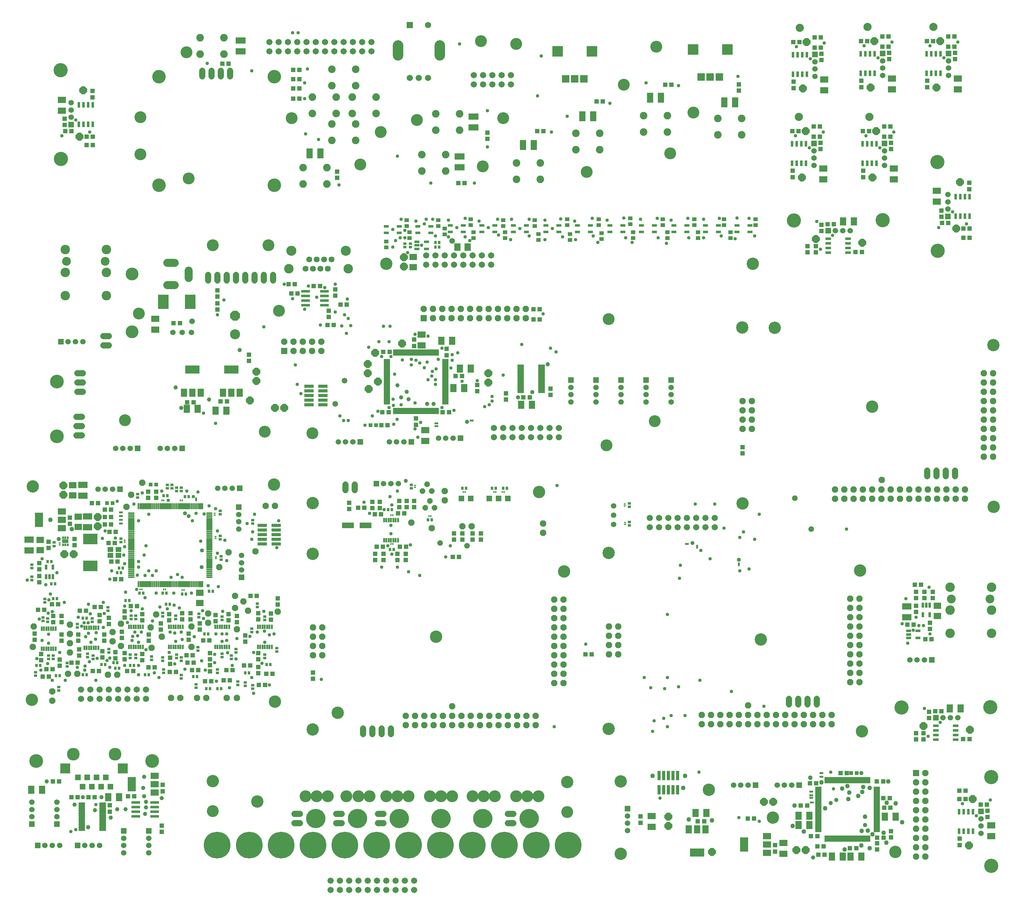
<source format=gbr>
G04 EAGLE Gerber RS-274X export*
G75*
%MOMM*%
%FSLAX34Y34*%
%LPD*%
%INSoldermask Top*%
%IPPOS*%
%AMOC8*
5,1,8,0,0,1.08239X$1,22.5*%
G01*
%ADD10C,3.378200*%
%ADD11C,5.283200*%
%ADD12C,2.235200*%
%ADD13C,3.759200*%
%ADD14C,3.251200*%
%ADD15C,3.703200*%
%ADD16C,3.886200*%
%ADD17C,3.505200*%
%ADD18R,0.473200X1.703200*%
%ADD19R,1.703200X0.473200*%
%ADD20R,0.903200X0.803200*%
%ADD21R,1.603200X1.403200*%
%ADD22R,1.303200X1.203200*%
%ADD23R,2.003200X1.803200*%
%ADD24R,0.803200X0.903200*%
%ADD25C,0.275422*%
%ADD26R,1.203200X1.303200*%
%ADD27R,2.603200X0.963200*%
%ADD28R,1.003200X1.003200*%
%ADD29P,2.309387X8X202.500000*%
%ADD30R,0.553200X0.453200*%
%ADD31P,2.309387X8X22.500000*%
%ADD32R,0.453200X0.553200*%
%ADD33R,0.483200X0.633200*%
%ADD34R,1.403200X0.803200*%
%ADD35R,1.177100X1.001900*%
%ADD36R,2.984500X2.984500*%
%ADD37R,2.003200X2.003200*%
%ADD38R,0.963200X2.603200*%
%ADD39P,1.869504X8X112.500000*%
%ADD40P,1.869504X8X22.500000*%
%ADD41C,2.603200*%
%ADD42C,2.403200*%
%ADD43C,2.082800*%
%ADD44R,1.511200X1.511200*%
%ADD45C,1.511200*%
%ADD46P,1.649562X8X22.500000*%
%ADD47C,1.727200*%
%ADD48R,1.600200X1.600200*%
%ADD49C,3.479800*%
%ADD50R,2.679700X2.679700*%
%ADD51R,1.403200X0.753200*%
%ADD52R,0.508000X1.193800*%
%ADD53R,0.803200X1.403200*%
%ADD54R,2.603200X1.803200*%
%ADD55R,0.503200X0.653200*%
%ADD56R,1.700000X1.000000*%
%ADD57R,2.209800X1.701800*%
%ADD58R,2.209800X4.013200*%
%ADD59R,4.003200X3.003200*%
%ADD60P,1.869504X8X202.500000*%
%ADD61R,1.701800X2.209800*%
%ADD62R,4.013200X2.209800*%
%ADD63R,1.283200X1.253200*%
%ADD64R,1.253200X1.283200*%
%ADD65R,2.203200X1.703200*%
%ADD66R,1.703200X2.203200*%
%ADD67C,1.711200*%
%ADD68C,0.306600*%
%ADD69R,0.803200X1.603200*%
%ADD70R,2.403200X0.803200*%
%ADD71C,1.625600*%
%ADD72C,2.753200*%
%ADD73R,1.700000X2.800000*%
%ADD74R,2.800000X1.700000*%
%ADD75R,1.711200X1.711200*%
%ADD76C,2.903200*%
%ADD77R,1.727200X1.727200*%
%ADD78R,1.603200X0.803200*%
%ADD79P,2.309387X8X112.500000*%
%ADD80R,3.203200X1.603200*%
%ADD81C,2.203200*%
%ADD82C,2.743200*%
%ADD83P,2.969212X8X112.500000*%
%ADD84P,1.869504X8X292.500000*%
%ADD85R,0.633200X0.483200*%
%ADD86R,3.003200X4.003200*%
%ADD87R,1.803200X2.003200*%
%ADD88C,0.959600*%
%ADD89C,1.159600*%
%ADD90C,1.259600*%
%ADD91C,1.553200*%
%ADD92C,7.315200*%
%ADD93C,1.109600*%


D10*
X824230Y943610D03*
X1512570Y895350D03*
X824230Y462280D03*
X1634490Y946150D03*
X2322830Y897890D03*
X1634998Y464566D03*
X2000250Y1563624D03*
X2688336Y1515364D03*
X2001012Y1081786D03*
X1521460Y318770D03*
X1667510Y320040D03*
X673100Y265430D03*
X55880Y543560D03*
X58420Y1127760D03*
X718820Y1132840D03*
X721360Y538480D03*
X1162050Y716280D03*
X2051050Y708660D03*
X2355850Y1346200D03*
X1443990Y1112520D03*
X824230Y1082040D03*
X2688590Y1071880D03*
X2089150Y1562100D03*
X892810Y508000D03*
X2327910Y457200D03*
X551180Y321310D03*
X2084070Y220980D03*
X2419350Y127000D03*
X1908810Y297180D03*
X1667510Y121920D03*
D11*
X833120Y218440D03*
X947420Y218440D03*
X1061720Y218440D03*
X1176020Y218440D03*
X1290320Y218440D03*
X1417320Y218440D03*
D12*
X2158246Y2384044D03*
D13*
X67310Y375920D03*
X384810Y375920D03*
D14*
X551180Y1788160D03*
X703580Y1788160D03*
X478790Y2316480D03*
X353060Y2138680D03*
X767080Y2136140D03*
X485140Y1971040D03*
X1290320Y2004060D03*
X1803400Y2039620D03*
X1381760Y2339340D03*
X1765300Y2331720D03*
X348437Y1601216D03*
X731977Y1608785D03*
X310337Y1309091D03*
X823443Y1273454D03*
X1628546Y1240536D03*
X1635049Y1585849D03*
X353060Y2037080D03*
X1760677Y1306500D03*
X1574800Y1988820D03*
X1676400Y2227580D03*
X1866900Y2151380D03*
X1346200Y2136140D03*
X1109980Y2131060D03*
X955040Y2009140D03*
X1010920Y2098040D03*
X1285240Y2346960D03*
X693420Y1277620D03*
X1521460Y236220D03*
X551180Y238760D03*
D12*
X2343666Y2386584D03*
X2155706Y2140204D03*
X2348746Y2140204D03*
X2524006Y2386584D03*
D10*
X2029460Y1737360D03*
X1026160Y1737360D03*
D13*
X124460Y1414780D03*
X124460Y1264920D03*
D15*
X719340Y2250080D03*
X403340Y2250080D03*
X719340Y1953080D03*
X403340Y1953080D03*
D16*
X2682240Y89408D03*
X2681986Y331978D03*
X2679192Y523240D03*
X2436622Y522986D03*
X134620Y2267712D03*
X134874Y2025142D03*
X2384552Y1856740D03*
X2141982Y1856486D03*
X2534920Y2016252D03*
X2535174Y1773682D03*
D17*
X330200Y1710182D03*
X330200Y1551432D03*
D18*
X2348540Y323840D03*
X2343540Y323840D03*
X2338540Y323840D03*
X2333540Y323840D03*
X2328540Y323840D03*
X2323540Y323840D03*
X2318540Y323840D03*
X2313540Y323840D03*
X2308540Y323840D03*
X2303540Y323840D03*
X2298540Y323840D03*
X2293540Y323840D03*
X2288540Y323840D03*
X2283540Y323840D03*
X2278540Y323840D03*
X2273540Y323840D03*
X2268540Y323840D03*
X2263540Y323840D03*
X2258540Y323840D03*
X2253540Y323840D03*
X2248540Y323840D03*
X2243540Y323840D03*
X2238540Y323840D03*
X2233540Y323840D03*
X2228540Y323840D03*
D19*
X2208540Y303840D03*
X2208540Y298840D03*
X2208540Y293840D03*
X2208540Y288840D03*
X2208540Y283840D03*
X2208540Y278840D03*
X2208540Y273840D03*
X2208540Y268840D03*
X2208540Y263840D03*
X2208540Y258840D03*
X2208540Y253840D03*
X2208540Y248840D03*
X2208540Y243840D03*
X2208540Y238840D03*
X2208540Y233840D03*
X2208540Y228840D03*
X2208540Y223840D03*
X2208540Y218840D03*
X2208540Y213840D03*
X2208540Y208840D03*
X2208540Y203840D03*
X2208540Y198840D03*
X2208540Y193840D03*
X2208540Y188840D03*
X2208540Y183840D03*
D18*
X2228540Y163840D03*
X2233540Y163840D03*
X2238540Y163840D03*
X2243540Y163840D03*
X2248540Y163840D03*
X2253540Y163840D03*
X2258540Y163840D03*
X2263540Y163840D03*
X2268540Y163840D03*
X2273540Y163840D03*
X2278540Y163840D03*
X2283540Y163840D03*
X2288540Y163840D03*
X2293540Y163840D03*
X2298540Y163840D03*
X2303540Y163840D03*
X2308540Y163840D03*
X2313540Y163840D03*
X2318540Y163840D03*
X2323540Y163840D03*
X2328540Y163840D03*
X2333540Y163840D03*
X2338540Y163840D03*
X2343540Y163840D03*
X2348540Y163840D03*
D19*
X2368540Y183840D03*
X2368540Y188840D03*
X2368540Y193840D03*
X2368540Y198840D03*
X2368540Y203840D03*
X2368540Y208840D03*
X2368540Y213840D03*
X2368540Y218840D03*
X2368540Y223840D03*
X2368540Y228840D03*
X2368540Y233840D03*
X2368540Y238840D03*
X2368540Y243840D03*
X2368540Y248840D03*
X2368540Y253840D03*
X2368540Y258840D03*
X2368540Y263840D03*
X2368540Y268840D03*
X2368540Y273840D03*
X2368540Y278840D03*
X2368540Y283840D03*
X2368540Y288840D03*
X2368540Y293840D03*
X2368540Y298840D03*
X2368540Y303840D03*
D20*
X660400Y1026240D03*
X660400Y1036240D03*
D21*
X292940Y939420D03*
X292940Y955420D03*
X270940Y955420D03*
X270940Y939420D03*
D22*
X282820Y972820D03*
X265820Y972820D03*
X273440Y922020D03*
X290440Y922020D03*
D23*
X515620Y836960D03*
X515620Y808960D03*
D24*
X475060Y1099820D03*
X485060Y1099820D03*
D22*
X374142Y1096654D03*
X374142Y1113654D03*
D25*
X347879Y868379D02*
X347879Y853501D01*
X345801Y853501D01*
X345801Y868379D01*
X347879Y868379D01*
X347879Y856117D02*
X345801Y856117D01*
X345801Y858733D02*
X347879Y858733D01*
X347879Y861349D02*
X345801Y861349D01*
X345801Y863965D02*
X347879Y863965D01*
X347879Y866581D02*
X345801Y866581D01*
X352879Y868379D02*
X352879Y853501D01*
X350801Y853501D01*
X350801Y868379D01*
X352879Y868379D01*
X352879Y856117D02*
X350801Y856117D01*
X350801Y858733D02*
X352879Y858733D01*
X352879Y861349D02*
X350801Y861349D01*
X350801Y863965D02*
X352879Y863965D01*
X352879Y866581D02*
X350801Y866581D01*
X357879Y868379D02*
X357879Y853501D01*
X355801Y853501D01*
X355801Y868379D01*
X357879Y868379D01*
X357879Y856117D02*
X355801Y856117D01*
X355801Y858733D02*
X357879Y858733D01*
X357879Y861349D02*
X355801Y861349D01*
X355801Y863965D02*
X357879Y863965D01*
X357879Y866581D02*
X355801Y866581D01*
X362879Y868379D02*
X362879Y853501D01*
X360801Y853501D01*
X360801Y868379D01*
X362879Y868379D01*
X362879Y856117D02*
X360801Y856117D01*
X360801Y858733D02*
X362879Y858733D01*
X362879Y861349D02*
X360801Y861349D01*
X360801Y863965D02*
X362879Y863965D01*
X362879Y866581D02*
X360801Y866581D01*
X367879Y868379D02*
X367879Y853501D01*
X365801Y853501D01*
X365801Y868379D01*
X367879Y868379D01*
X367879Y856117D02*
X365801Y856117D01*
X365801Y858733D02*
X367879Y858733D01*
X367879Y861349D02*
X365801Y861349D01*
X365801Y863965D02*
X367879Y863965D01*
X367879Y866581D02*
X365801Y866581D01*
X372879Y868379D02*
X372879Y853501D01*
X370801Y853501D01*
X370801Y868379D01*
X372879Y868379D01*
X372879Y856117D02*
X370801Y856117D01*
X370801Y858733D02*
X372879Y858733D01*
X372879Y861349D02*
X370801Y861349D01*
X370801Y863965D02*
X372879Y863965D01*
X372879Y866581D02*
X370801Y866581D01*
X377879Y868379D02*
X377879Y853501D01*
X375801Y853501D01*
X375801Y868379D01*
X377879Y868379D01*
X377879Y856117D02*
X375801Y856117D01*
X375801Y858733D02*
X377879Y858733D01*
X377879Y861349D02*
X375801Y861349D01*
X375801Y863965D02*
X377879Y863965D01*
X377879Y866581D02*
X375801Y866581D01*
X382879Y868379D02*
X382879Y853501D01*
X380801Y853501D01*
X380801Y868379D01*
X382879Y868379D01*
X382879Y856117D02*
X380801Y856117D01*
X380801Y858733D02*
X382879Y858733D01*
X382879Y861349D02*
X380801Y861349D01*
X380801Y863965D02*
X382879Y863965D01*
X382879Y866581D02*
X380801Y866581D01*
X387879Y868379D02*
X387879Y853501D01*
X385801Y853501D01*
X385801Y868379D01*
X387879Y868379D01*
X387879Y856117D02*
X385801Y856117D01*
X385801Y858733D02*
X387879Y858733D01*
X387879Y861349D02*
X385801Y861349D01*
X385801Y863965D02*
X387879Y863965D01*
X387879Y866581D02*
X385801Y866581D01*
X392879Y868379D02*
X392879Y853501D01*
X390801Y853501D01*
X390801Y868379D01*
X392879Y868379D01*
X392879Y856117D02*
X390801Y856117D01*
X390801Y858733D02*
X392879Y858733D01*
X392879Y861349D02*
X390801Y861349D01*
X390801Y863965D02*
X392879Y863965D01*
X392879Y866581D02*
X390801Y866581D01*
X397879Y868379D02*
X397879Y853501D01*
X395801Y853501D01*
X395801Y868379D01*
X397879Y868379D01*
X397879Y856117D02*
X395801Y856117D01*
X395801Y858733D02*
X397879Y858733D01*
X397879Y861349D02*
X395801Y861349D01*
X395801Y863965D02*
X397879Y863965D01*
X397879Y866581D02*
X395801Y866581D01*
X402879Y868379D02*
X402879Y853501D01*
X400801Y853501D01*
X400801Y868379D01*
X402879Y868379D01*
X402879Y856117D02*
X400801Y856117D01*
X400801Y858733D02*
X402879Y858733D01*
X402879Y861349D02*
X400801Y861349D01*
X400801Y863965D02*
X402879Y863965D01*
X402879Y866581D02*
X400801Y866581D01*
X407879Y868379D02*
X407879Y853501D01*
X405801Y853501D01*
X405801Y868379D01*
X407879Y868379D01*
X407879Y856117D02*
X405801Y856117D01*
X405801Y858733D02*
X407879Y858733D01*
X407879Y861349D02*
X405801Y861349D01*
X405801Y863965D02*
X407879Y863965D01*
X407879Y866581D02*
X405801Y866581D01*
X412879Y868379D02*
X412879Y853501D01*
X410801Y853501D01*
X410801Y868379D01*
X412879Y868379D01*
X412879Y856117D02*
X410801Y856117D01*
X410801Y858733D02*
X412879Y858733D01*
X412879Y861349D02*
X410801Y861349D01*
X410801Y863965D02*
X412879Y863965D01*
X412879Y866581D02*
X410801Y866581D01*
X417879Y868379D02*
X417879Y853501D01*
X415801Y853501D01*
X415801Y868379D01*
X417879Y868379D01*
X417879Y856117D02*
X415801Y856117D01*
X415801Y858733D02*
X417879Y858733D01*
X417879Y861349D02*
X415801Y861349D01*
X415801Y863965D02*
X417879Y863965D01*
X417879Y866581D02*
X415801Y866581D01*
X422879Y868379D02*
X422879Y853501D01*
X420801Y853501D01*
X420801Y868379D01*
X422879Y868379D01*
X422879Y856117D02*
X420801Y856117D01*
X420801Y858733D02*
X422879Y858733D01*
X422879Y861349D02*
X420801Y861349D01*
X420801Y863965D02*
X422879Y863965D01*
X422879Y866581D02*
X420801Y866581D01*
X427879Y868379D02*
X427879Y853501D01*
X425801Y853501D01*
X425801Y868379D01*
X427879Y868379D01*
X427879Y856117D02*
X425801Y856117D01*
X425801Y858733D02*
X427879Y858733D01*
X427879Y861349D02*
X425801Y861349D01*
X425801Y863965D02*
X427879Y863965D01*
X427879Y866581D02*
X425801Y866581D01*
X432879Y868379D02*
X432879Y853501D01*
X430801Y853501D01*
X430801Y868379D01*
X432879Y868379D01*
X432879Y856117D02*
X430801Y856117D01*
X430801Y858733D02*
X432879Y858733D01*
X432879Y861349D02*
X430801Y861349D01*
X430801Y863965D02*
X432879Y863965D01*
X432879Y866581D02*
X430801Y866581D01*
X437879Y868379D02*
X437879Y853501D01*
X435801Y853501D01*
X435801Y868379D01*
X437879Y868379D01*
X437879Y856117D02*
X435801Y856117D01*
X435801Y858733D02*
X437879Y858733D01*
X437879Y861349D02*
X435801Y861349D01*
X435801Y863965D02*
X437879Y863965D01*
X437879Y866581D02*
X435801Y866581D01*
X442879Y868379D02*
X442879Y853501D01*
X440801Y853501D01*
X440801Y868379D01*
X442879Y868379D01*
X442879Y856117D02*
X440801Y856117D01*
X440801Y858733D02*
X442879Y858733D01*
X442879Y861349D02*
X440801Y861349D01*
X440801Y863965D02*
X442879Y863965D01*
X442879Y866581D02*
X440801Y866581D01*
X447879Y868379D02*
X447879Y853501D01*
X445801Y853501D01*
X445801Y868379D01*
X447879Y868379D01*
X447879Y856117D02*
X445801Y856117D01*
X445801Y858733D02*
X447879Y858733D01*
X447879Y861349D02*
X445801Y861349D01*
X445801Y863965D02*
X447879Y863965D01*
X447879Y866581D02*
X445801Y866581D01*
X452879Y868379D02*
X452879Y853501D01*
X450801Y853501D01*
X450801Y868379D01*
X452879Y868379D01*
X452879Y856117D02*
X450801Y856117D01*
X450801Y858733D02*
X452879Y858733D01*
X452879Y861349D02*
X450801Y861349D01*
X450801Y863965D02*
X452879Y863965D01*
X452879Y866581D02*
X450801Y866581D01*
X457879Y868379D02*
X457879Y853501D01*
X455801Y853501D01*
X455801Y868379D01*
X457879Y868379D01*
X457879Y856117D02*
X455801Y856117D01*
X455801Y858733D02*
X457879Y858733D01*
X457879Y861349D02*
X455801Y861349D01*
X455801Y863965D02*
X457879Y863965D01*
X457879Y866581D02*
X455801Y866581D01*
X462879Y868379D02*
X462879Y853501D01*
X460801Y853501D01*
X460801Y868379D01*
X462879Y868379D01*
X462879Y856117D02*
X460801Y856117D01*
X460801Y858733D02*
X462879Y858733D01*
X462879Y861349D02*
X460801Y861349D01*
X460801Y863965D02*
X462879Y863965D01*
X462879Y866581D02*
X460801Y866581D01*
X467879Y868379D02*
X467879Y853501D01*
X465801Y853501D01*
X465801Y868379D01*
X467879Y868379D01*
X467879Y856117D02*
X465801Y856117D01*
X465801Y858733D02*
X467879Y858733D01*
X467879Y861349D02*
X465801Y861349D01*
X465801Y863965D02*
X467879Y863965D01*
X467879Y866581D02*
X465801Y866581D01*
X472879Y868379D02*
X472879Y853501D01*
X470801Y853501D01*
X470801Y868379D01*
X472879Y868379D01*
X472879Y856117D02*
X470801Y856117D01*
X470801Y858733D02*
X472879Y858733D01*
X472879Y861349D02*
X470801Y861349D01*
X470801Y863965D02*
X472879Y863965D01*
X472879Y866581D02*
X470801Y866581D01*
X477879Y868379D02*
X477879Y853501D01*
X475801Y853501D01*
X475801Y868379D01*
X477879Y868379D01*
X477879Y856117D02*
X475801Y856117D01*
X475801Y858733D02*
X477879Y858733D01*
X477879Y861349D02*
X475801Y861349D01*
X475801Y863965D02*
X477879Y863965D01*
X477879Y866581D02*
X475801Y866581D01*
X482879Y868379D02*
X482879Y853501D01*
X480801Y853501D01*
X480801Y868379D01*
X482879Y868379D01*
X482879Y856117D02*
X480801Y856117D01*
X480801Y858733D02*
X482879Y858733D01*
X482879Y861349D02*
X480801Y861349D01*
X480801Y863965D02*
X482879Y863965D01*
X482879Y866581D02*
X480801Y866581D01*
X487879Y868379D02*
X487879Y853501D01*
X485801Y853501D01*
X485801Y868379D01*
X487879Y868379D01*
X487879Y856117D02*
X485801Y856117D01*
X485801Y858733D02*
X487879Y858733D01*
X487879Y861349D02*
X485801Y861349D01*
X485801Y863965D02*
X487879Y863965D01*
X487879Y866581D02*
X485801Y866581D01*
X492879Y868379D02*
X492879Y853501D01*
X490801Y853501D01*
X490801Y868379D01*
X492879Y868379D01*
X492879Y856117D02*
X490801Y856117D01*
X490801Y858733D02*
X492879Y858733D01*
X492879Y861349D02*
X490801Y861349D01*
X490801Y863965D02*
X492879Y863965D01*
X492879Y866581D02*
X490801Y866581D01*
X497879Y868379D02*
X497879Y853501D01*
X495801Y853501D01*
X495801Y868379D01*
X497879Y868379D01*
X497879Y856117D02*
X495801Y856117D01*
X495801Y858733D02*
X497879Y858733D01*
X497879Y861349D02*
X495801Y861349D01*
X495801Y863965D02*
X497879Y863965D01*
X497879Y866581D02*
X495801Y866581D01*
X502879Y868379D02*
X502879Y853501D01*
X500801Y853501D01*
X500801Y868379D01*
X502879Y868379D01*
X502879Y856117D02*
X500801Y856117D01*
X500801Y858733D02*
X502879Y858733D01*
X502879Y861349D02*
X500801Y861349D01*
X500801Y863965D02*
X502879Y863965D01*
X502879Y866581D02*
X500801Y866581D01*
X507879Y868379D02*
X507879Y853501D01*
X505801Y853501D01*
X505801Y868379D01*
X507879Y868379D01*
X507879Y856117D02*
X505801Y856117D01*
X505801Y858733D02*
X507879Y858733D01*
X507879Y861349D02*
X505801Y861349D01*
X505801Y863965D02*
X507879Y863965D01*
X507879Y866581D02*
X505801Y866581D01*
X512879Y868379D02*
X512879Y853501D01*
X510801Y853501D01*
X510801Y868379D01*
X512879Y868379D01*
X512879Y856117D02*
X510801Y856117D01*
X510801Y858733D02*
X512879Y858733D01*
X512879Y861349D02*
X510801Y861349D01*
X510801Y863965D02*
X512879Y863965D01*
X512879Y866581D02*
X510801Y866581D01*
X517879Y868379D02*
X517879Y853501D01*
X515801Y853501D01*
X515801Y868379D01*
X517879Y868379D01*
X517879Y856117D02*
X515801Y856117D01*
X515801Y858733D02*
X517879Y858733D01*
X517879Y861349D02*
X515801Y861349D01*
X515801Y863965D02*
X517879Y863965D01*
X517879Y866581D02*
X515801Y866581D01*
X522879Y868379D02*
X522879Y853501D01*
X520801Y853501D01*
X520801Y868379D01*
X522879Y868379D01*
X522879Y856117D02*
X520801Y856117D01*
X520801Y858733D02*
X522879Y858733D01*
X522879Y861349D02*
X520801Y861349D01*
X520801Y863965D02*
X522879Y863965D01*
X522879Y866581D02*
X520801Y866581D01*
X522879Y1067101D02*
X522879Y1081979D01*
X522879Y1067101D02*
X520801Y1067101D01*
X520801Y1081979D01*
X522879Y1081979D01*
X522879Y1069717D02*
X520801Y1069717D01*
X520801Y1072333D02*
X522879Y1072333D01*
X522879Y1074949D02*
X520801Y1074949D01*
X520801Y1077565D02*
X522879Y1077565D01*
X522879Y1080181D02*
X520801Y1080181D01*
X517879Y1081979D02*
X517879Y1067101D01*
X515801Y1067101D01*
X515801Y1081979D01*
X517879Y1081979D01*
X517879Y1069717D02*
X515801Y1069717D01*
X515801Y1072333D02*
X517879Y1072333D01*
X517879Y1074949D02*
X515801Y1074949D01*
X515801Y1077565D02*
X517879Y1077565D01*
X517879Y1080181D02*
X515801Y1080181D01*
X512879Y1081979D02*
X512879Y1067101D01*
X510801Y1067101D01*
X510801Y1081979D01*
X512879Y1081979D01*
X512879Y1069717D02*
X510801Y1069717D01*
X510801Y1072333D02*
X512879Y1072333D01*
X512879Y1074949D02*
X510801Y1074949D01*
X510801Y1077565D02*
X512879Y1077565D01*
X512879Y1080181D02*
X510801Y1080181D01*
X507879Y1081979D02*
X507879Y1067101D01*
X505801Y1067101D01*
X505801Y1081979D01*
X507879Y1081979D01*
X507879Y1069717D02*
X505801Y1069717D01*
X505801Y1072333D02*
X507879Y1072333D01*
X507879Y1074949D02*
X505801Y1074949D01*
X505801Y1077565D02*
X507879Y1077565D01*
X507879Y1080181D02*
X505801Y1080181D01*
X502879Y1081979D02*
X502879Y1067101D01*
X500801Y1067101D01*
X500801Y1081979D01*
X502879Y1081979D01*
X502879Y1069717D02*
X500801Y1069717D01*
X500801Y1072333D02*
X502879Y1072333D01*
X502879Y1074949D02*
X500801Y1074949D01*
X500801Y1077565D02*
X502879Y1077565D01*
X502879Y1080181D02*
X500801Y1080181D01*
X497879Y1081979D02*
X497879Y1067101D01*
X495801Y1067101D01*
X495801Y1081979D01*
X497879Y1081979D01*
X497879Y1069717D02*
X495801Y1069717D01*
X495801Y1072333D02*
X497879Y1072333D01*
X497879Y1074949D02*
X495801Y1074949D01*
X495801Y1077565D02*
X497879Y1077565D01*
X497879Y1080181D02*
X495801Y1080181D01*
X492879Y1081979D02*
X492879Y1067101D01*
X490801Y1067101D01*
X490801Y1081979D01*
X492879Y1081979D01*
X492879Y1069717D02*
X490801Y1069717D01*
X490801Y1072333D02*
X492879Y1072333D01*
X492879Y1074949D02*
X490801Y1074949D01*
X490801Y1077565D02*
X492879Y1077565D01*
X492879Y1080181D02*
X490801Y1080181D01*
X487879Y1081979D02*
X487879Y1067101D01*
X485801Y1067101D01*
X485801Y1081979D01*
X487879Y1081979D01*
X487879Y1069717D02*
X485801Y1069717D01*
X485801Y1072333D02*
X487879Y1072333D01*
X487879Y1074949D02*
X485801Y1074949D01*
X485801Y1077565D02*
X487879Y1077565D01*
X487879Y1080181D02*
X485801Y1080181D01*
X482879Y1081979D02*
X482879Y1067101D01*
X480801Y1067101D01*
X480801Y1081979D01*
X482879Y1081979D01*
X482879Y1069717D02*
X480801Y1069717D01*
X480801Y1072333D02*
X482879Y1072333D01*
X482879Y1074949D02*
X480801Y1074949D01*
X480801Y1077565D02*
X482879Y1077565D01*
X482879Y1080181D02*
X480801Y1080181D01*
X477879Y1081979D02*
X477879Y1067101D01*
X475801Y1067101D01*
X475801Y1081979D01*
X477879Y1081979D01*
X477879Y1069717D02*
X475801Y1069717D01*
X475801Y1072333D02*
X477879Y1072333D01*
X477879Y1074949D02*
X475801Y1074949D01*
X475801Y1077565D02*
X477879Y1077565D01*
X477879Y1080181D02*
X475801Y1080181D01*
X472879Y1081979D02*
X472879Y1067101D01*
X470801Y1067101D01*
X470801Y1081979D01*
X472879Y1081979D01*
X472879Y1069717D02*
X470801Y1069717D01*
X470801Y1072333D02*
X472879Y1072333D01*
X472879Y1074949D02*
X470801Y1074949D01*
X470801Y1077565D02*
X472879Y1077565D01*
X472879Y1080181D02*
X470801Y1080181D01*
X467879Y1081979D02*
X467879Y1067101D01*
X465801Y1067101D01*
X465801Y1081979D01*
X467879Y1081979D01*
X467879Y1069717D02*
X465801Y1069717D01*
X465801Y1072333D02*
X467879Y1072333D01*
X467879Y1074949D02*
X465801Y1074949D01*
X465801Y1077565D02*
X467879Y1077565D01*
X467879Y1080181D02*
X465801Y1080181D01*
X462879Y1081979D02*
X462879Y1067101D01*
X460801Y1067101D01*
X460801Y1081979D01*
X462879Y1081979D01*
X462879Y1069717D02*
X460801Y1069717D01*
X460801Y1072333D02*
X462879Y1072333D01*
X462879Y1074949D02*
X460801Y1074949D01*
X460801Y1077565D02*
X462879Y1077565D01*
X462879Y1080181D02*
X460801Y1080181D01*
X457879Y1081979D02*
X457879Y1067101D01*
X455801Y1067101D01*
X455801Y1081979D01*
X457879Y1081979D01*
X457879Y1069717D02*
X455801Y1069717D01*
X455801Y1072333D02*
X457879Y1072333D01*
X457879Y1074949D02*
X455801Y1074949D01*
X455801Y1077565D02*
X457879Y1077565D01*
X457879Y1080181D02*
X455801Y1080181D01*
X452879Y1081979D02*
X452879Y1067101D01*
X450801Y1067101D01*
X450801Y1081979D01*
X452879Y1081979D01*
X452879Y1069717D02*
X450801Y1069717D01*
X450801Y1072333D02*
X452879Y1072333D01*
X452879Y1074949D02*
X450801Y1074949D01*
X450801Y1077565D02*
X452879Y1077565D01*
X452879Y1080181D02*
X450801Y1080181D01*
X447879Y1081979D02*
X447879Y1067101D01*
X445801Y1067101D01*
X445801Y1081979D01*
X447879Y1081979D01*
X447879Y1069717D02*
X445801Y1069717D01*
X445801Y1072333D02*
X447879Y1072333D01*
X447879Y1074949D02*
X445801Y1074949D01*
X445801Y1077565D02*
X447879Y1077565D01*
X447879Y1080181D02*
X445801Y1080181D01*
X442879Y1081979D02*
X442879Y1067101D01*
X440801Y1067101D01*
X440801Y1081979D01*
X442879Y1081979D01*
X442879Y1069717D02*
X440801Y1069717D01*
X440801Y1072333D02*
X442879Y1072333D01*
X442879Y1074949D02*
X440801Y1074949D01*
X440801Y1077565D02*
X442879Y1077565D01*
X442879Y1080181D02*
X440801Y1080181D01*
X437879Y1081979D02*
X437879Y1067101D01*
X435801Y1067101D01*
X435801Y1081979D01*
X437879Y1081979D01*
X437879Y1069717D02*
X435801Y1069717D01*
X435801Y1072333D02*
X437879Y1072333D01*
X437879Y1074949D02*
X435801Y1074949D01*
X435801Y1077565D02*
X437879Y1077565D01*
X437879Y1080181D02*
X435801Y1080181D01*
X432879Y1081979D02*
X432879Y1067101D01*
X430801Y1067101D01*
X430801Y1081979D01*
X432879Y1081979D01*
X432879Y1069717D02*
X430801Y1069717D01*
X430801Y1072333D02*
X432879Y1072333D01*
X432879Y1074949D02*
X430801Y1074949D01*
X430801Y1077565D02*
X432879Y1077565D01*
X432879Y1080181D02*
X430801Y1080181D01*
X427879Y1081979D02*
X427879Y1067101D01*
X425801Y1067101D01*
X425801Y1081979D01*
X427879Y1081979D01*
X427879Y1069717D02*
X425801Y1069717D01*
X425801Y1072333D02*
X427879Y1072333D01*
X427879Y1074949D02*
X425801Y1074949D01*
X425801Y1077565D02*
X427879Y1077565D01*
X427879Y1080181D02*
X425801Y1080181D01*
X422879Y1081979D02*
X422879Y1067101D01*
X420801Y1067101D01*
X420801Y1081979D01*
X422879Y1081979D01*
X422879Y1069717D02*
X420801Y1069717D01*
X420801Y1072333D02*
X422879Y1072333D01*
X422879Y1074949D02*
X420801Y1074949D01*
X420801Y1077565D02*
X422879Y1077565D01*
X422879Y1080181D02*
X420801Y1080181D01*
X417879Y1081979D02*
X417879Y1067101D01*
X415801Y1067101D01*
X415801Y1081979D01*
X417879Y1081979D01*
X417879Y1069717D02*
X415801Y1069717D01*
X415801Y1072333D02*
X417879Y1072333D01*
X417879Y1074949D02*
X415801Y1074949D01*
X415801Y1077565D02*
X417879Y1077565D01*
X417879Y1080181D02*
X415801Y1080181D01*
X412879Y1081979D02*
X412879Y1067101D01*
X410801Y1067101D01*
X410801Y1081979D01*
X412879Y1081979D01*
X412879Y1069717D02*
X410801Y1069717D01*
X410801Y1072333D02*
X412879Y1072333D01*
X412879Y1074949D02*
X410801Y1074949D01*
X410801Y1077565D02*
X412879Y1077565D01*
X412879Y1080181D02*
X410801Y1080181D01*
X407879Y1081979D02*
X407879Y1067101D01*
X405801Y1067101D01*
X405801Y1081979D01*
X407879Y1081979D01*
X407879Y1069717D02*
X405801Y1069717D01*
X405801Y1072333D02*
X407879Y1072333D01*
X407879Y1074949D02*
X405801Y1074949D01*
X405801Y1077565D02*
X407879Y1077565D01*
X407879Y1080181D02*
X405801Y1080181D01*
X402879Y1081979D02*
X402879Y1067101D01*
X400801Y1067101D01*
X400801Y1081979D01*
X402879Y1081979D01*
X402879Y1069717D02*
X400801Y1069717D01*
X400801Y1072333D02*
X402879Y1072333D01*
X402879Y1074949D02*
X400801Y1074949D01*
X400801Y1077565D02*
X402879Y1077565D01*
X402879Y1080181D02*
X400801Y1080181D01*
X397879Y1081979D02*
X397879Y1067101D01*
X395801Y1067101D01*
X395801Y1081979D01*
X397879Y1081979D01*
X397879Y1069717D02*
X395801Y1069717D01*
X395801Y1072333D02*
X397879Y1072333D01*
X397879Y1074949D02*
X395801Y1074949D01*
X395801Y1077565D02*
X397879Y1077565D01*
X397879Y1080181D02*
X395801Y1080181D01*
X392879Y1081979D02*
X392879Y1067101D01*
X390801Y1067101D01*
X390801Y1081979D01*
X392879Y1081979D01*
X392879Y1069717D02*
X390801Y1069717D01*
X390801Y1072333D02*
X392879Y1072333D01*
X392879Y1074949D02*
X390801Y1074949D01*
X390801Y1077565D02*
X392879Y1077565D01*
X392879Y1080181D02*
X390801Y1080181D01*
X387879Y1081979D02*
X387879Y1067101D01*
X385801Y1067101D01*
X385801Y1081979D01*
X387879Y1081979D01*
X387879Y1069717D02*
X385801Y1069717D01*
X385801Y1072333D02*
X387879Y1072333D01*
X387879Y1074949D02*
X385801Y1074949D01*
X385801Y1077565D02*
X387879Y1077565D01*
X387879Y1080181D02*
X385801Y1080181D01*
X382879Y1081979D02*
X382879Y1067101D01*
X380801Y1067101D01*
X380801Y1081979D01*
X382879Y1081979D01*
X382879Y1069717D02*
X380801Y1069717D01*
X380801Y1072333D02*
X382879Y1072333D01*
X382879Y1074949D02*
X380801Y1074949D01*
X380801Y1077565D02*
X382879Y1077565D01*
X382879Y1080181D02*
X380801Y1080181D01*
X377879Y1081979D02*
X377879Y1067101D01*
X375801Y1067101D01*
X375801Y1081979D01*
X377879Y1081979D01*
X377879Y1069717D02*
X375801Y1069717D01*
X375801Y1072333D02*
X377879Y1072333D01*
X377879Y1074949D02*
X375801Y1074949D01*
X375801Y1077565D02*
X377879Y1077565D01*
X377879Y1080181D02*
X375801Y1080181D01*
X372879Y1081979D02*
X372879Y1067101D01*
X370801Y1067101D01*
X370801Y1081979D01*
X372879Y1081979D01*
X372879Y1069717D02*
X370801Y1069717D01*
X370801Y1072333D02*
X372879Y1072333D01*
X372879Y1074949D02*
X370801Y1074949D01*
X370801Y1077565D02*
X372879Y1077565D01*
X372879Y1080181D02*
X370801Y1080181D01*
X367879Y1081979D02*
X367879Y1067101D01*
X365801Y1067101D01*
X365801Y1081979D01*
X367879Y1081979D01*
X367879Y1069717D02*
X365801Y1069717D01*
X365801Y1072333D02*
X367879Y1072333D01*
X367879Y1074949D02*
X365801Y1074949D01*
X365801Y1077565D02*
X367879Y1077565D01*
X367879Y1080181D02*
X365801Y1080181D01*
X362879Y1081979D02*
X362879Y1067101D01*
X360801Y1067101D01*
X360801Y1081979D01*
X362879Y1081979D01*
X362879Y1069717D02*
X360801Y1069717D01*
X360801Y1072333D02*
X362879Y1072333D01*
X362879Y1074949D02*
X360801Y1074949D01*
X360801Y1077565D02*
X362879Y1077565D01*
X362879Y1080181D02*
X360801Y1080181D01*
X357879Y1081979D02*
X357879Y1067101D01*
X355801Y1067101D01*
X355801Y1081979D01*
X357879Y1081979D01*
X357879Y1069717D02*
X355801Y1069717D01*
X355801Y1072333D02*
X357879Y1072333D01*
X357879Y1074949D02*
X355801Y1074949D01*
X355801Y1077565D02*
X357879Y1077565D01*
X357879Y1080181D02*
X355801Y1080181D01*
X352879Y1081979D02*
X352879Y1067101D01*
X350801Y1067101D01*
X350801Y1081979D01*
X352879Y1081979D01*
X352879Y1069717D02*
X350801Y1069717D01*
X350801Y1072333D02*
X352879Y1072333D01*
X352879Y1074949D02*
X350801Y1074949D01*
X350801Y1077565D02*
X352879Y1077565D01*
X352879Y1080181D02*
X350801Y1080181D01*
X347879Y1081979D02*
X347879Y1067101D01*
X345801Y1067101D01*
X345801Y1081979D01*
X347879Y1081979D01*
X347879Y1069717D02*
X345801Y1069717D01*
X345801Y1072333D02*
X347879Y1072333D01*
X347879Y1074949D02*
X345801Y1074949D01*
X345801Y1077565D02*
X347879Y1077565D01*
X347879Y1080181D02*
X345801Y1080181D01*
X334979Y1054201D02*
X320101Y1054201D01*
X320101Y1056279D01*
X334979Y1056279D01*
X334979Y1054201D01*
X334979Y1049201D02*
X320101Y1049201D01*
X320101Y1051279D01*
X334979Y1051279D01*
X334979Y1049201D01*
X334979Y1044201D02*
X320101Y1044201D01*
X320101Y1046279D01*
X334979Y1046279D01*
X334979Y1044201D01*
X334979Y1039201D02*
X320101Y1039201D01*
X320101Y1041279D01*
X334979Y1041279D01*
X334979Y1039201D01*
X334979Y1034201D02*
X320101Y1034201D01*
X320101Y1036279D01*
X334979Y1036279D01*
X334979Y1034201D01*
X334979Y1029201D02*
X320101Y1029201D01*
X320101Y1031279D01*
X334979Y1031279D01*
X334979Y1029201D01*
X334979Y1024201D02*
X320101Y1024201D01*
X320101Y1026279D01*
X334979Y1026279D01*
X334979Y1024201D01*
X334979Y1019201D02*
X320101Y1019201D01*
X320101Y1021279D01*
X334979Y1021279D01*
X334979Y1019201D01*
X334979Y1014201D02*
X320101Y1014201D01*
X320101Y1016279D01*
X334979Y1016279D01*
X334979Y1014201D01*
X334979Y1009201D02*
X320101Y1009201D01*
X320101Y1011279D01*
X334979Y1011279D01*
X334979Y1009201D01*
X334979Y1004201D02*
X320101Y1004201D01*
X320101Y1006279D01*
X334979Y1006279D01*
X334979Y1004201D01*
X334979Y999201D02*
X320101Y999201D01*
X320101Y1001279D01*
X334979Y1001279D01*
X334979Y999201D01*
X334979Y994201D02*
X320101Y994201D01*
X320101Y996279D01*
X334979Y996279D01*
X334979Y994201D01*
X334979Y989201D02*
X320101Y989201D01*
X320101Y991279D01*
X334979Y991279D01*
X334979Y989201D01*
X334979Y984201D02*
X320101Y984201D01*
X320101Y986279D01*
X334979Y986279D01*
X334979Y984201D01*
X334979Y979201D02*
X320101Y979201D01*
X320101Y981279D01*
X334979Y981279D01*
X334979Y979201D01*
X334979Y974201D02*
X320101Y974201D01*
X320101Y976279D01*
X334979Y976279D01*
X334979Y974201D01*
X334979Y969201D02*
X320101Y969201D01*
X320101Y971279D01*
X334979Y971279D01*
X334979Y969201D01*
X334979Y964201D02*
X320101Y964201D01*
X320101Y966279D01*
X334979Y966279D01*
X334979Y964201D01*
X334979Y959201D02*
X320101Y959201D01*
X320101Y961279D01*
X334979Y961279D01*
X334979Y959201D01*
X334979Y954201D02*
X320101Y954201D01*
X320101Y956279D01*
X334979Y956279D01*
X334979Y954201D01*
X334979Y949201D02*
X320101Y949201D01*
X320101Y951279D01*
X334979Y951279D01*
X334979Y949201D01*
X334979Y944201D02*
X320101Y944201D01*
X320101Y946279D01*
X334979Y946279D01*
X334979Y944201D01*
X334979Y939201D02*
X320101Y939201D01*
X320101Y941279D01*
X334979Y941279D01*
X334979Y939201D01*
X334979Y934201D02*
X320101Y934201D01*
X320101Y936279D01*
X334979Y936279D01*
X334979Y934201D01*
X334979Y929201D02*
X320101Y929201D01*
X320101Y931279D01*
X334979Y931279D01*
X334979Y929201D01*
X334979Y924201D02*
X320101Y924201D01*
X320101Y926279D01*
X334979Y926279D01*
X334979Y924201D01*
X334979Y919201D02*
X320101Y919201D01*
X320101Y921279D01*
X334979Y921279D01*
X334979Y919201D01*
X334979Y914201D02*
X320101Y914201D01*
X320101Y916279D01*
X334979Y916279D01*
X334979Y914201D01*
X334979Y909201D02*
X320101Y909201D01*
X320101Y911279D01*
X334979Y911279D01*
X334979Y909201D01*
X334979Y904201D02*
X320101Y904201D01*
X320101Y906279D01*
X334979Y906279D01*
X334979Y904201D01*
X334979Y899201D02*
X320101Y899201D01*
X320101Y901279D01*
X334979Y901279D01*
X334979Y899201D01*
X334979Y894201D02*
X320101Y894201D01*
X320101Y896279D01*
X334979Y896279D01*
X334979Y894201D01*
X334979Y889201D02*
X320101Y889201D01*
X320101Y891279D01*
X334979Y891279D01*
X334979Y889201D01*
X334979Y884201D02*
X320101Y884201D01*
X320101Y886279D01*
X334979Y886279D01*
X334979Y884201D01*
X334979Y879201D02*
X320101Y879201D01*
X320101Y881279D01*
X334979Y881279D01*
X334979Y879201D01*
X533701Y879201D02*
X548579Y879201D01*
X533701Y879201D02*
X533701Y881279D01*
X548579Y881279D01*
X548579Y879201D01*
X548579Y884201D02*
X533701Y884201D01*
X533701Y886279D01*
X548579Y886279D01*
X548579Y884201D01*
X548579Y889201D02*
X533701Y889201D01*
X533701Y891279D01*
X548579Y891279D01*
X548579Y889201D01*
X548579Y894201D02*
X533701Y894201D01*
X533701Y896279D01*
X548579Y896279D01*
X548579Y894201D01*
X548579Y899201D02*
X533701Y899201D01*
X533701Y901279D01*
X548579Y901279D01*
X548579Y899201D01*
X548579Y904201D02*
X533701Y904201D01*
X533701Y906279D01*
X548579Y906279D01*
X548579Y904201D01*
X548579Y909201D02*
X533701Y909201D01*
X533701Y911279D01*
X548579Y911279D01*
X548579Y909201D01*
X548579Y914201D02*
X533701Y914201D01*
X533701Y916279D01*
X548579Y916279D01*
X548579Y914201D01*
X548579Y919201D02*
X533701Y919201D01*
X533701Y921279D01*
X548579Y921279D01*
X548579Y919201D01*
X548579Y924201D02*
X533701Y924201D01*
X533701Y926279D01*
X548579Y926279D01*
X548579Y924201D01*
X548579Y929201D02*
X533701Y929201D01*
X533701Y931279D01*
X548579Y931279D01*
X548579Y929201D01*
X548579Y934201D02*
X533701Y934201D01*
X533701Y936279D01*
X548579Y936279D01*
X548579Y934201D01*
X548579Y939201D02*
X533701Y939201D01*
X533701Y941279D01*
X548579Y941279D01*
X548579Y939201D01*
X548579Y944201D02*
X533701Y944201D01*
X533701Y946279D01*
X548579Y946279D01*
X548579Y944201D01*
X548579Y949201D02*
X533701Y949201D01*
X533701Y951279D01*
X548579Y951279D01*
X548579Y949201D01*
X548579Y954201D02*
X533701Y954201D01*
X533701Y956279D01*
X548579Y956279D01*
X548579Y954201D01*
X548579Y959201D02*
X533701Y959201D01*
X533701Y961279D01*
X548579Y961279D01*
X548579Y959201D01*
X548579Y964201D02*
X533701Y964201D01*
X533701Y966279D01*
X548579Y966279D01*
X548579Y964201D01*
X548579Y969201D02*
X533701Y969201D01*
X533701Y971279D01*
X548579Y971279D01*
X548579Y969201D01*
X548579Y974201D02*
X533701Y974201D01*
X533701Y976279D01*
X548579Y976279D01*
X548579Y974201D01*
X548579Y979201D02*
X533701Y979201D01*
X533701Y981279D01*
X548579Y981279D01*
X548579Y979201D01*
X548579Y984201D02*
X533701Y984201D01*
X533701Y986279D01*
X548579Y986279D01*
X548579Y984201D01*
X548579Y989201D02*
X533701Y989201D01*
X533701Y991279D01*
X548579Y991279D01*
X548579Y989201D01*
X548579Y994201D02*
X533701Y994201D01*
X533701Y996279D01*
X548579Y996279D01*
X548579Y994201D01*
X548579Y999201D02*
X533701Y999201D01*
X533701Y1001279D01*
X548579Y1001279D01*
X548579Y999201D01*
X548579Y1004201D02*
X533701Y1004201D01*
X533701Y1006279D01*
X548579Y1006279D01*
X548579Y1004201D01*
X548579Y1009201D02*
X533701Y1009201D01*
X533701Y1011279D01*
X548579Y1011279D01*
X548579Y1009201D01*
X548579Y1014201D02*
X533701Y1014201D01*
X533701Y1016279D01*
X548579Y1016279D01*
X548579Y1014201D01*
X548579Y1019201D02*
X533701Y1019201D01*
X533701Y1021279D01*
X548579Y1021279D01*
X548579Y1019201D01*
X548579Y1024201D02*
X533701Y1024201D01*
X533701Y1026279D01*
X548579Y1026279D01*
X548579Y1024201D01*
X548579Y1029201D02*
X533701Y1029201D01*
X533701Y1031279D01*
X548579Y1031279D01*
X548579Y1029201D01*
X548579Y1034201D02*
X533701Y1034201D01*
X533701Y1036279D01*
X548579Y1036279D01*
X548579Y1034201D01*
X548579Y1039201D02*
X533701Y1039201D01*
X533701Y1041279D01*
X548579Y1041279D01*
X548579Y1039201D01*
X548579Y1044201D02*
X533701Y1044201D01*
X533701Y1046279D01*
X548579Y1046279D01*
X548579Y1044201D01*
X548579Y1049201D02*
X533701Y1049201D01*
X533701Y1051279D01*
X548579Y1051279D01*
X548579Y1049201D01*
X548579Y1054201D02*
X533701Y1054201D01*
X533701Y1056279D01*
X548579Y1056279D01*
X548579Y1054201D01*
D24*
X416640Y1102944D03*
X426640Y1102944D03*
D26*
X300600Y873760D03*
X283600Y873760D03*
D27*
X724820Y970280D03*
X686420Y970280D03*
X724820Y982980D03*
X686420Y982980D03*
X724820Y995680D03*
X686420Y995680D03*
X724820Y1008380D03*
X686420Y1008380D03*
X724820Y1021080D03*
X686420Y1021080D03*
D20*
X571500Y1061640D03*
X571500Y1051640D03*
D22*
X396240Y1096400D03*
X396240Y1113400D03*
D28*
X381120Y1132840D03*
X396120Y1132840D03*
D29*
X236220Y1018540D03*
D24*
X304720Y904240D03*
X294720Y904240D03*
X299386Y891540D03*
X289386Y891540D03*
D30*
X558800Y990560D03*
X558800Y985560D03*
X559054Y935442D03*
X559054Y930442D03*
D31*
X236220Y1043940D03*
D32*
X462320Y1089660D03*
X467320Y1089660D03*
X411774Y1089660D03*
X416774Y1089660D03*
D26*
X272660Y1043940D03*
X255660Y1043940D03*
D33*
X297170Y1036320D03*
X302270Y1036320D03*
X297170Y1046480D03*
X302270Y1046480D03*
X297170Y1026160D03*
X302270Y1026160D03*
X297170Y1056640D03*
X302270Y1056640D03*
D26*
X272660Y1023620D03*
X255660Y1023620D03*
X272660Y1064260D03*
X255660Y1064260D03*
D34*
X1986060Y1824880D03*
X2022060Y1824880D03*
X2022060Y1842880D03*
X1986060Y1842880D03*
X1899700Y1824880D03*
X1935700Y1824880D03*
X1935700Y1842880D03*
X1899700Y1842880D03*
X1813340Y1824880D03*
X1849340Y1824880D03*
X1849340Y1842880D03*
X1813340Y1842880D03*
X1724440Y1824880D03*
X1760440Y1824880D03*
X1760440Y1842880D03*
X1724440Y1842880D03*
X1638080Y1824880D03*
X1674080Y1824880D03*
X1674080Y1842880D03*
X1638080Y1842880D03*
X1549180Y1824880D03*
X1585180Y1824880D03*
X1585180Y1842880D03*
X1549180Y1842880D03*
X1462820Y1824880D03*
X1498820Y1824880D03*
X1498820Y1842880D03*
X1462820Y1842880D03*
X1373920Y1824880D03*
X1409920Y1824880D03*
X1409920Y1842880D03*
X1373920Y1842880D03*
X1287560Y1824880D03*
X1323560Y1824880D03*
X1323560Y1842880D03*
X1287560Y1842880D03*
X1201200Y1824880D03*
X1237200Y1824880D03*
X1237200Y1842880D03*
X1201200Y1842880D03*
X1112300Y1822340D03*
X1148300Y1822340D03*
X1148300Y1840340D03*
X1112300Y1840340D03*
X1025940Y1822340D03*
X1061940Y1822340D03*
X1061940Y1840340D03*
X1025940Y1840340D03*
D35*
X2037080Y1843508D03*
X2037080Y1859812D03*
X1968500Y1824252D03*
X1968500Y1807948D03*
X1950720Y1843508D03*
X1950720Y1859812D03*
X1879600Y1824252D03*
X1879600Y1807948D03*
X1869440Y1843508D03*
X1869440Y1859812D03*
X1795780Y1824252D03*
X1795780Y1807948D03*
D36*
X1494955Y2319020D03*
X1588605Y2319020D03*
D37*
X1516780Y2244020D03*
X1541780Y2244020D03*
X1566780Y2244020D03*
D36*
X1865795Y2324100D03*
X1959445Y2324100D03*
D37*
X1887620Y2249100D03*
X1912620Y2249100D03*
X1937620Y2249100D03*
D38*
X1823720Y336200D03*
X1823720Y297800D03*
X1811020Y336200D03*
X1811020Y297800D03*
X1798320Y336200D03*
X1798320Y297800D03*
X1785620Y336200D03*
X1785620Y297800D03*
X1772920Y336200D03*
X1772920Y297800D03*
D39*
X850900Y665480D03*
X825500Y665480D03*
X850900Y690880D03*
X825500Y690880D03*
X850900Y716280D03*
X825500Y716280D03*
X850900Y741680D03*
X825500Y741680D03*
X1661160Y668020D03*
X1635760Y668020D03*
X1661160Y693420D03*
X1635760Y693420D03*
X1661160Y718820D03*
X1635760Y718820D03*
X1661160Y744220D03*
X1635760Y744220D03*
X2026920Y1285240D03*
X2001520Y1285240D03*
X2026920Y1310640D03*
X2001520Y1310640D03*
X2026920Y1336040D03*
X2001520Y1336040D03*
X2026920Y1361440D03*
X2001520Y1361440D03*
X1511300Y589280D03*
X1485900Y589280D03*
X1511300Y614680D03*
X1485900Y614680D03*
X1511300Y640080D03*
X1485900Y640080D03*
X1511300Y665480D03*
X1485900Y665480D03*
X1511300Y690880D03*
X1485900Y690880D03*
X1511300Y716280D03*
X1485900Y716280D03*
X1511300Y741680D03*
X1485900Y741680D03*
X1511300Y767080D03*
X1485900Y767080D03*
X1511300Y792480D03*
X1485900Y792480D03*
X1511300Y817880D03*
X1485900Y817880D03*
X2321560Y591820D03*
X2296160Y591820D03*
X2321560Y617220D03*
X2296160Y617220D03*
X2321560Y642620D03*
X2296160Y642620D03*
X2321560Y668020D03*
X2296160Y668020D03*
X2321560Y693420D03*
X2296160Y693420D03*
X2321560Y718820D03*
X2296160Y718820D03*
X2321560Y744220D03*
X2296160Y744220D03*
X2321560Y769620D03*
X2296160Y769620D03*
X2321560Y795020D03*
X2296160Y795020D03*
X2321560Y820420D03*
X2296160Y820420D03*
X2687320Y1209040D03*
X2661920Y1209040D03*
X2687320Y1234440D03*
X2661920Y1234440D03*
X2687320Y1259840D03*
X2661920Y1259840D03*
X2687320Y1285240D03*
X2661920Y1285240D03*
X2687320Y1310640D03*
X2661920Y1310640D03*
X2687320Y1336040D03*
X2661920Y1336040D03*
X2687320Y1361440D03*
X2661920Y1361440D03*
X2687320Y1386840D03*
X2661920Y1386840D03*
X2687320Y1412240D03*
X2661920Y1412240D03*
X2687320Y1437640D03*
X2661920Y1437640D03*
D40*
X1079246Y474472D03*
X1079246Y499872D03*
X1104646Y474472D03*
X1104646Y499872D03*
X1130046Y474472D03*
X1130046Y499872D03*
X1155446Y474472D03*
X1155446Y499872D03*
X1180846Y474472D03*
X1180846Y499872D03*
X1206246Y474472D03*
X1206246Y499872D03*
X1231646Y474472D03*
X1231646Y499872D03*
X1257046Y474472D03*
X1257046Y499872D03*
X1282446Y474472D03*
X1282446Y499872D03*
X1307846Y474472D03*
X1307846Y499872D03*
X1333246Y474472D03*
X1333246Y499872D03*
X1358646Y474472D03*
X1358646Y499872D03*
X1384046Y474472D03*
X1384046Y499872D03*
X1409446Y474472D03*
X1409446Y499872D03*
X1434846Y474472D03*
X1434846Y499872D03*
X1889252Y477266D03*
X1889252Y502666D03*
X1914652Y477266D03*
X1914652Y502666D03*
X1940052Y477266D03*
X1940052Y502666D03*
X1965452Y477266D03*
X1965452Y502666D03*
X1990852Y477266D03*
X1990852Y502666D03*
X2016252Y477266D03*
X2016252Y502666D03*
X2041652Y477266D03*
X2041652Y502666D03*
X2067052Y477266D03*
X2067052Y502666D03*
X2092452Y477266D03*
X2092452Y502666D03*
X2117852Y477266D03*
X2117852Y502666D03*
X2143252Y477266D03*
X2143252Y502666D03*
X2168652Y477266D03*
X2168652Y502666D03*
X2194052Y477266D03*
X2194052Y502666D03*
X2219452Y477266D03*
X2219452Y502666D03*
X2244852Y477266D03*
X2244852Y502666D03*
X2254758Y1094486D03*
X2254758Y1119886D03*
X2280158Y1094486D03*
X2280158Y1119886D03*
X2305558Y1094486D03*
X2305558Y1119886D03*
X2330958Y1094486D03*
X2330958Y1119886D03*
X2356358Y1094486D03*
X2356358Y1119886D03*
X2381758Y1094486D03*
X2381758Y1119886D03*
X2407158Y1094486D03*
X2407158Y1119886D03*
X2432558Y1094486D03*
X2432558Y1119886D03*
X2457958Y1094486D03*
X2457958Y1119886D03*
X2483358Y1094486D03*
X2483358Y1119886D03*
X2508758Y1094486D03*
X2508758Y1119886D03*
X2534158Y1094486D03*
X2534158Y1119886D03*
X2559558Y1094486D03*
X2559558Y1119886D03*
X2584958Y1094486D03*
X2584958Y1119886D03*
X2610358Y1094486D03*
X2610358Y1119886D03*
D41*
X260000Y1713640D03*
X147000Y1713640D03*
X260000Y1776640D03*
X147000Y1776640D03*
X260000Y1650640D03*
X147000Y1650640D03*
D42*
X150500Y1744640D03*
X256500Y1744640D03*
D43*
X1382268Y2013966D03*
X1447292Y2013966D03*
X1382268Y1968754D03*
X1447292Y1968754D03*
X1544828Y2095246D03*
X1609852Y2095246D03*
X1544828Y2050034D03*
X1609852Y2050034D03*
X1730248Y2143506D03*
X1795272Y2143506D03*
X1730248Y2098294D03*
X1795272Y2098294D03*
X1933448Y2135886D03*
X1998472Y2135886D03*
X1933448Y2090674D03*
X1998472Y2090674D03*
X876808Y2270506D03*
X941832Y2270506D03*
X876808Y2225294D03*
X941832Y2225294D03*
X876808Y2120646D03*
X941832Y2120646D03*
X876808Y2075434D03*
X941832Y2075434D03*
X932688Y2194306D03*
X997712Y2194306D03*
X932688Y2149094D03*
X997712Y2149094D03*
X823468Y2194306D03*
X888492Y2194306D03*
X823468Y2149094D03*
X888492Y2149094D03*
X798068Y2001266D03*
X863092Y2001266D03*
X798068Y1956054D03*
X863092Y1956054D03*
X1123188Y2036826D03*
X1188212Y2036826D03*
X1123188Y1991614D03*
X1188212Y1991614D03*
X1161288Y2148586D03*
X1226312Y2148586D03*
X1161288Y2103374D03*
X1226312Y2103374D03*
D44*
X1531620Y1419380D03*
D45*
X1531620Y1399380D03*
X1531620Y1379380D03*
X1531620Y1359380D03*
D44*
X1600200Y1419380D03*
D45*
X1600200Y1399380D03*
X1600200Y1379380D03*
X1600200Y1359380D03*
D44*
X1668780Y1419380D03*
D45*
X1668780Y1399380D03*
X1668780Y1379380D03*
X1668780Y1359380D03*
D44*
X1737360Y1419380D03*
D45*
X1737360Y1399380D03*
X1737360Y1379380D03*
X1737360Y1359380D03*
D44*
X1805940Y1419380D03*
D45*
X1805940Y1399380D03*
X1805940Y1379380D03*
X1805940Y1359380D03*
D44*
X1231900Y1094740D03*
X1257300Y1094740D03*
X1308100Y1094740D03*
X1333500Y1094740D03*
X1358900Y1094740D03*
D46*
X1125220Y1115060D03*
X1137920Y1134110D03*
X1150620Y1115060D03*
X1132840Y1069340D03*
X1145540Y1088390D03*
X1158240Y1069340D03*
D47*
X914400Y1117600D02*
X914400Y1132840D01*
X939800Y1132840D02*
X939800Y1117600D01*
D45*
X492760Y1549400D03*
X467360Y1549400D03*
X441960Y1549400D03*
D48*
X181610Y331470D03*
X194310Y306070D03*
X207010Y331470D03*
X219710Y306070D03*
X232410Y331470D03*
X245110Y306070D03*
X257810Y331470D03*
X270510Y306070D03*
D49*
X168910Y394970D03*
X283210Y394970D03*
D50*
X147320Y356108D03*
X304800Y356108D03*
D35*
X1783080Y1843508D03*
X1783080Y1859812D03*
X1701800Y1824252D03*
X1701800Y1807948D03*
X1694180Y1846048D03*
X1694180Y1862352D03*
X1615440Y1821712D03*
X1615440Y1805408D03*
X1607820Y1843508D03*
X1607820Y1859812D03*
X1529080Y1819172D03*
X1529080Y1802868D03*
X1521460Y1843508D03*
X1521460Y1859812D03*
X1442720Y1819172D03*
X1442720Y1802868D03*
X1082040Y1840968D03*
X1082040Y1857272D03*
X1026160Y1798852D03*
X1026160Y1782548D03*
X1432560Y1840968D03*
X1432560Y1857272D03*
X1351280Y1824252D03*
X1351280Y1807948D03*
X1346200Y1840968D03*
X1346200Y1857272D03*
X1264920Y1824252D03*
X1264920Y1807948D03*
X1257300Y1843508D03*
X1257300Y1859812D03*
X1186180Y1834412D03*
X1186180Y1818108D03*
X1168400Y1840968D03*
X1168400Y1857272D03*
X1089660Y1824252D03*
X1089660Y1807948D03*
D24*
X424100Y835660D03*
X414100Y835660D03*
D20*
X299720Y975440D03*
X299720Y985440D03*
D24*
X541100Y840740D03*
X551100Y840740D03*
D20*
X345440Y1097360D03*
X345440Y1107360D03*
D32*
X471892Y844550D03*
X466892Y844550D03*
D30*
X556260Y1054060D03*
X556260Y1049060D03*
D32*
X421600Y845820D03*
X416600Y845820D03*
D30*
X309880Y975400D03*
X309880Y980400D03*
D32*
X356830Y846074D03*
X351830Y846074D03*
D20*
X571500Y993060D03*
X571500Y983060D03*
X574040Y937180D03*
X574040Y927180D03*
D24*
X477440Y833120D03*
X467440Y833120D03*
X360600Y835660D03*
X350600Y835660D03*
D51*
X1109679Y1797660D03*
X1109679Y1788160D03*
X1109679Y1778660D03*
X1135681Y1778660D03*
X1135681Y1797660D03*
D20*
X1076960Y1793160D03*
X1076960Y1783160D03*
X1092200Y1793160D03*
X1092200Y1783160D03*
D24*
X1160860Y1783080D03*
X1170860Y1783080D03*
X1160860Y1795780D03*
X1170860Y1795780D03*
D52*
X82550Y684022D03*
X88900Y684022D03*
X95250Y684022D03*
X101600Y684022D03*
X107950Y684022D03*
X114300Y684022D03*
X120650Y684022D03*
X82550Y738378D03*
X88900Y738378D03*
X95250Y738378D03*
X101600Y738378D03*
X107950Y738378D03*
X114300Y738378D03*
X120650Y738378D03*
D20*
X66040Y619680D03*
X66040Y609680D03*
D24*
X78660Y637540D03*
X68660Y637540D03*
D22*
X81280Y651900D03*
X81280Y668900D03*
D26*
X102480Y607060D03*
X85480Y607060D03*
D24*
X132000Y609600D03*
X122000Y609600D03*
D26*
X112640Y627380D03*
X95640Y627380D03*
D22*
X132080Y636660D03*
X132080Y653660D03*
D20*
X114300Y655400D03*
X114300Y665400D03*
D22*
X137160Y722240D03*
X137160Y705240D03*
D40*
X160020Y723900D03*
X160020Y698500D03*
X111760Y541020D03*
D20*
X129540Y579040D03*
X129540Y569040D03*
D24*
X124380Y820420D03*
X114380Y820420D03*
D22*
X114300Y773040D03*
X114300Y756040D03*
D26*
X110880Y805180D03*
X127880Y805180D03*
D20*
X91440Y810340D03*
X91440Y820340D03*
D22*
X137160Y773040D03*
X137160Y756040D03*
D26*
X72780Y789940D03*
X89780Y789940D03*
D20*
X86360Y769540D03*
X86360Y759540D03*
D22*
X63500Y724780D03*
X63500Y707780D03*
D40*
X60960Y744220D03*
X58420Y688340D03*
X111760Y566420D03*
D22*
X76200Y900820D03*
X76200Y917820D03*
X76200Y865260D03*
X76200Y882260D03*
D52*
X199390Y686562D03*
X205740Y686562D03*
X212090Y686562D03*
X218440Y686562D03*
X224790Y686562D03*
X231140Y686562D03*
X237490Y686562D03*
X199390Y740918D03*
X205740Y740918D03*
X212090Y740918D03*
X218440Y740918D03*
X224790Y740918D03*
X231140Y740918D03*
X237490Y740918D03*
D20*
X152400Y645080D03*
X152400Y635080D03*
X208280Y670480D03*
X208280Y660480D03*
D26*
X164220Y645160D03*
X181220Y645160D03*
X239640Y622300D03*
X222640Y622300D03*
D24*
X246460Y640080D03*
X256460Y640080D03*
D22*
X185420Y664600D03*
X185420Y681600D03*
X248920Y676520D03*
X248920Y659520D03*
D20*
X266700Y673180D03*
X266700Y683180D03*
D22*
X254000Y722240D03*
X254000Y705240D03*
D40*
X276860Y728980D03*
X276860Y703580D03*
X154940Y614680D03*
D24*
X205660Y612140D03*
X195660Y612140D03*
X205660Y767080D03*
X195660Y767080D03*
D26*
X187080Y787400D03*
X204080Y787400D03*
X244720Y797560D03*
X227720Y797560D03*
D20*
X264160Y787480D03*
X264160Y797480D03*
D22*
X241300Y775580D03*
X241300Y758580D03*
X266700Y767960D03*
X266700Y750960D03*
D20*
X180340Y751760D03*
X180340Y741760D03*
D22*
X182880Y722240D03*
X182880Y705240D03*
D40*
X160020Y749300D03*
X160020Y673100D03*
X180340Y614680D03*
D20*
X223520Y665400D03*
X223520Y655400D03*
X220980Y767000D03*
X220980Y757000D03*
D53*
X94640Y907140D03*
X113640Y907140D03*
X94640Y881020D03*
X104140Y881020D03*
X113640Y881020D03*
D24*
X99140Y922020D03*
X109140Y922020D03*
X119300Y861060D03*
X109300Y861060D03*
D20*
X101600Y665400D03*
X101600Y655400D03*
X99060Y767000D03*
X99060Y757000D03*
X1094740Y1122760D03*
X1094740Y1132760D03*
D24*
X1140540Y1036320D03*
X1150540Y1036320D03*
X1325800Y1122680D03*
X1315800Y1122680D03*
X1356280Y1122680D03*
X1346280Y1122680D03*
D30*
X1104900Y1125260D03*
X1104900Y1130260D03*
D32*
X1143040Y1046480D03*
X1148040Y1046480D03*
X1348700Y1112520D03*
X1343700Y1112520D03*
X1325840Y1112520D03*
X1320840Y1112520D03*
D24*
X1031320Y1064260D03*
X1041320Y1064260D03*
X1046400Y955040D03*
X1036400Y955040D03*
D32*
X1038900Y1049020D03*
X1043900Y1049020D03*
X1043900Y970280D03*
X1038900Y970280D03*
D52*
X321310Y689102D03*
X327660Y689102D03*
X334010Y689102D03*
X340360Y689102D03*
X346710Y689102D03*
X353060Y689102D03*
X359410Y689102D03*
X321310Y743458D03*
X327660Y743458D03*
X334010Y743458D03*
X340360Y743458D03*
X346710Y743458D03*
X353060Y743458D03*
X359410Y743458D03*
D24*
X289480Y645160D03*
X279480Y645160D03*
D20*
X325120Y667940D03*
X325120Y657940D03*
D22*
X309880Y654440D03*
X309880Y671440D03*
X358140Y651900D03*
X358140Y668900D03*
D24*
X325200Y637540D03*
X335200Y637540D03*
D22*
X284480Y656980D03*
X284480Y673980D03*
D26*
X316620Y622300D03*
X333620Y622300D03*
D20*
X383540Y652860D03*
X383540Y662860D03*
D22*
X375920Y722240D03*
X375920Y705240D03*
D40*
X381000Y741680D03*
X383540Y685800D03*
X264160Y612140D03*
D24*
X294560Y629920D03*
X284560Y629920D03*
X375840Y612140D03*
X365840Y612140D03*
D26*
X375040Y632460D03*
X392040Y632460D03*
D22*
X358140Y778120D03*
X358140Y761120D03*
D20*
X327660Y764620D03*
X327660Y774620D03*
D26*
X326780Y800100D03*
X343780Y800100D03*
D22*
X309880Y768740D03*
X309880Y785740D03*
D24*
X322500Y815340D03*
X312500Y815340D03*
D22*
X302260Y729860D03*
X302260Y712860D03*
D40*
X299720Y751840D03*
X299720Y690880D03*
X289560Y612140D03*
D52*
X430530Y689102D03*
X436880Y689102D03*
X443230Y689102D03*
X449580Y689102D03*
X455930Y689102D03*
X462280Y689102D03*
X468630Y689102D03*
X430530Y743458D03*
X436880Y743458D03*
X443230Y743458D03*
X449580Y743458D03*
X455930Y743458D03*
X462280Y743458D03*
X468630Y743458D03*
D20*
X416560Y627300D03*
X416560Y617300D03*
X414020Y660320D03*
X414020Y650320D03*
D26*
X433460Y619760D03*
X450460Y619760D03*
D22*
X434340Y641740D03*
X434340Y658740D03*
D20*
X464820Y660320D03*
X464820Y650320D03*
D26*
X498720Y645160D03*
X481720Y645160D03*
X479180Y665480D03*
X496180Y665480D03*
D20*
X510540Y678260D03*
X510540Y688260D03*
D22*
X485140Y724780D03*
X485140Y707780D03*
D40*
X492760Y744220D03*
X492760Y688340D03*
X436880Y548640D03*
D20*
X464820Y612060D03*
X464820Y602060D03*
D24*
X507920Y607060D03*
X497920Y607060D03*
D26*
X494420Y624840D03*
X511420Y624840D03*
D22*
X467360Y780660D03*
X467360Y763660D03*
D24*
X423549Y805739D03*
X433549Y805739D03*
D22*
X490220Y780660D03*
X490220Y763660D03*
X431800Y761120D03*
X431800Y778120D03*
D20*
X414020Y782240D03*
X414020Y772240D03*
D22*
X408940Y752720D03*
X408940Y735720D03*
D40*
X396240Y777240D03*
X411480Y716280D03*
X462280Y548640D03*
D52*
X557530Y689102D03*
X563880Y689102D03*
X570230Y689102D03*
X576580Y689102D03*
X582930Y689102D03*
X589280Y689102D03*
X595630Y689102D03*
X557530Y743458D03*
X563880Y743458D03*
X570230Y743458D03*
X576580Y743458D03*
X582930Y743458D03*
X589280Y743458D03*
X595630Y743458D03*
D20*
X505460Y586660D03*
X505460Y576660D03*
X563880Y627300D03*
X563880Y617300D03*
D26*
X529980Y594360D03*
X546980Y594360D03*
X605400Y624840D03*
X588400Y624840D03*
D20*
X601980Y665400D03*
X601980Y655400D03*
D22*
X543560Y654440D03*
X543560Y671440D03*
X543560Y621420D03*
X543560Y638420D03*
D20*
X614680Y673180D03*
X614680Y683180D03*
D22*
X617220Y773040D03*
X617220Y756040D03*
D40*
X612140Y795020D03*
X617220Y736600D03*
X508000Y548640D03*
D24*
X543480Y574040D03*
X533480Y574040D03*
X573960Y574040D03*
X563960Y574040D03*
D26*
X580780Y596900D03*
X597780Y596900D03*
D22*
X594360Y778120D03*
X594360Y761120D03*
D20*
X513080Y769700D03*
X513080Y779700D03*
D26*
X524900Y706120D03*
X541900Y706120D03*
D22*
X515620Y752720D03*
X515620Y735720D03*
D24*
X528400Y723900D03*
X538400Y723900D03*
D22*
X558800Y775580D03*
X558800Y758580D03*
D40*
X538480Y779780D03*
X538480Y754380D03*
X533400Y548640D03*
D52*
X674370Y689102D03*
X680720Y689102D03*
X687070Y689102D03*
X693420Y689102D03*
X699770Y689102D03*
X706120Y689102D03*
X712470Y689102D03*
X674370Y743458D03*
X680720Y743458D03*
X687070Y743458D03*
X693420Y743458D03*
X699770Y743458D03*
X706120Y743458D03*
X712470Y743458D03*
D20*
X619760Y594280D03*
X619760Y584280D03*
D24*
X650160Y617220D03*
X640160Y617220D03*
D26*
X636660Y637540D03*
X653660Y637540D03*
D22*
X675640Y654440D03*
X675640Y671440D03*
D24*
X708580Y640080D03*
X698580Y640080D03*
D22*
X675640Y616340D03*
X675640Y633340D03*
D26*
X697620Y614680D03*
X714620Y614680D03*
D20*
X726440Y675720D03*
X726440Y685720D03*
D22*
X728980Y821300D03*
X728980Y804300D03*
D40*
X612140Y828040D03*
X728980Y784860D03*
X589280Y548640D03*
D20*
X640080Y591740D03*
X640080Y581740D03*
X660400Y574120D03*
X660400Y584120D03*
D26*
X677300Y584200D03*
X694300Y584200D03*
D22*
X640080Y719700D03*
X640080Y702700D03*
D20*
X657860Y739060D03*
X657860Y729060D03*
D22*
X710540Y779949D03*
X710540Y762949D03*
X675640Y763660D03*
X675640Y780660D03*
D20*
X673100Y797640D03*
X673100Y807640D03*
D26*
X654440Y828040D03*
X671440Y828040D03*
D40*
X635000Y812800D03*
X647700Y787400D03*
X617220Y548640D03*
D20*
X340360Y667940D03*
X340360Y657940D03*
X340360Y774620D03*
X340360Y764620D03*
X452120Y667940D03*
X452120Y657940D03*
X449580Y774620D03*
X449580Y764620D03*
X576580Y670480D03*
X576580Y660480D03*
X576580Y772080D03*
X576580Y762080D03*
X693420Y667940D03*
X693420Y657940D03*
X693420Y772080D03*
X693420Y762080D03*
X55880Y914320D03*
X55880Y904320D03*
X55880Y881300D03*
X55880Y871300D03*
D26*
X160020Y1042280D03*
X160020Y1025280D03*
D23*
X182880Y1045240D03*
X182880Y1017240D03*
D54*
X208280Y1046240D03*
X208280Y1016240D03*
D26*
X101600Y959240D03*
X101600Y976240D03*
D23*
X78740Y953740D03*
X78740Y981740D03*
D54*
X48260Y952740D03*
X48260Y982740D03*
D22*
X172720Y983860D03*
X172720Y966860D03*
D20*
X116840Y964721D03*
X116840Y974721D03*
D28*
X276740Y1082040D03*
X261740Y1082040D03*
D26*
X220100Y1082040D03*
X237100Y1082040D03*
D23*
X167640Y1103600D03*
X167640Y1131600D03*
D54*
X195580Y1102600D03*
X195580Y1132600D03*
D55*
X147320Y968150D03*
X153820Y968150D03*
X140820Y968150D03*
X140820Y987650D03*
X147320Y987650D03*
X153820Y987650D03*
D56*
X147320Y977900D03*
D31*
X144780Y942340D03*
X170180Y942340D03*
X142240Y1130300D03*
X142240Y1104900D03*
D57*
X138176Y1013714D03*
X138176Y1036574D03*
X138176Y1059434D03*
D58*
X75184Y1036320D03*
D30*
X132080Y967780D03*
X132080Y972780D03*
D59*
X215900Y984420D03*
X215900Y910420D03*
D44*
X624360Y1122680D03*
D45*
X604360Y1122680D03*
X584360Y1122680D03*
X564360Y1122680D03*
D44*
X629920Y879320D03*
D45*
X629920Y899320D03*
X629920Y919320D03*
X629920Y939320D03*
D20*
X426720Y1122760D03*
X426720Y1132760D03*
X439420Y1122760D03*
X439420Y1132760D03*
X464820Y1125140D03*
X464820Y1115140D03*
D26*
X285360Y1003300D03*
X268360Y1003300D03*
D20*
X452120Y1115140D03*
X452120Y1125140D03*
D44*
X2036600Y309880D03*
D45*
X2016600Y309880D03*
X1996600Y309880D03*
X1976600Y309880D03*
D44*
X2155980Y309880D03*
D45*
X2135980Y309880D03*
X2115980Y309880D03*
X2095980Y309880D03*
D44*
X954560Y1249680D03*
D45*
X934560Y1249680D03*
X914560Y1249680D03*
X894560Y1249680D03*
D44*
X1094260Y1249680D03*
D45*
X1074260Y1249680D03*
X1054260Y1249680D03*
X1034260Y1249680D03*
X1648460Y1023620D03*
X1648460Y1049020D03*
X1648460Y1074420D03*
D20*
X1691640Y1081960D03*
X1691640Y1071960D03*
X1691640Y1021160D03*
X1691640Y1031160D03*
D30*
X1678940Y1079460D03*
X1678940Y1074460D03*
X1679194Y1024168D03*
X1679194Y1029168D03*
D32*
X1237020Y1112520D03*
X1242020Y1112520D03*
D24*
X1234520Y1122680D03*
X1244520Y1122680D03*
D40*
X1455420Y1026160D03*
D60*
X1455420Y1000760D03*
D39*
X1234440Y1018540D03*
X1259840Y1018540D03*
D22*
X1234440Y999100D03*
X1234440Y982100D03*
X1262380Y999100D03*
X1262380Y982100D03*
X1211580Y999100D03*
X1211580Y982100D03*
X1285240Y999100D03*
X1285240Y982100D03*
D61*
X1899666Y188976D03*
X1876806Y188976D03*
X1853946Y188976D03*
D62*
X1877060Y125984D03*
D63*
X1722120Y224650D03*
X1722120Y207150D03*
D64*
X1878470Y210820D03*
X1895970Y210820D03*
D65*
X1752600Y225820D03*
X1752600Y195820D03*
D66*
X1872220Y233680D03*
X1902220Y233680D03*
D31*
X1798320Y223520D03*
D29*
X1917700Y127000D03*
D31*
X1798320Y198120D03*
D57*
X2068576Y124714D03*
X2068576Y147574D03*
X2068576Y170434D03*
D58*
X2005584Y147320D03*
D63*
X2090420Y145910D03*
X2090420Y128410D03*
D65*
X2113280Y152160D03*
X2113280Y122160D03*
D31*
X2174240Y132080D03*
X2148840Y132080D03*
D64*
X2312530Y137160D03*
X2295030Y137160D03*
D66*
X2326400Y114300D03*
X2296400Y114300D03*
X2245600Y114300D03*
X2275600Y114300D03*
X2184160Y226060D03*
X2154160Y226060D03*
X2390380Y223520D03*
X2420380Y223520D03*
D64*
X2369554Y165964D03*
X2387054Y165964D03*
X2203132Y315214D03*
X2185632Y315214D03*
X2205850Y170180D03*
X2188350Y170180D03*
X2368690Y320040D03*
X2386190Y320040D03*
X2177910Y254000D03*
X2160410Y254000D03*
X2388756Y248412D03*
X2406256Y248412D03*
D44*
X1686560Y245900D03*
D45*
X1686560Y225900D03*
X1686560Y205900D03*
X1686560Y185900D03*
D64*
X2386470Y274320D03*
X2403970Y274320D03*
D66*
X2184160Y200660D03*
X2154160Y200660D03*
D67*
X873760Y22860D03*
X873760Y48260D03*
X899160Y22860D03*
X899160Y48260D03*
X924560Y22860D03*
X924560Y48260D03*
X949960Y22860D03*
X949960Y48260D03*
X975360Y22860D03*
X975360Y48260D03*
X1000760Y22860D03*
X1000760Y48260D03*
X1026160Y22860D03*
X1026160Y48260D03*
X1051560Y22860D03*
X1051560Y48260D03*
X1076960Y22860D03*
X1076960Y48260D03*
X1102360Y22860D03*
X1102360Y48260D03*
D22*
X2369820Y150740D03*
X2369820Y133740D03*
X2407920Y183760D03*
X2407920Y166760D03*
D26*
X2206380Y142240D03*
X2223380Y142240D03*
X2032880Y218440D03*
X2015880Y218440D03*
D33*
X2186930Y281940D03*
X2192030Y281940D03*
X2186930Y275336D03*
X2192030Y275336D03*
X2188200Y262890D03*
X2193300Y262890D03*
X2214870Y342900D03*
X2219970Y342900D03*
X2214870Y332740D03*
X2219970Y332740D03*
X2186930Y292100D03*
X2192030Y292100D03*
D47*
X789940Y205740D02*
X774700Y205740D01*
X774700Y231140D02*
X789940Y231140D01*
X889000Y205740D02*
X904240Y205740D01*
X904240Y231140D02*
X889000Y231140D01*
X1358900Y205740D02*
X1374140Y205740D01*
X1374140Y231140D02*
X1358900Y231140D01*
X1018540Y205740D02*
X1003300Y205740D01*
X1003300Y231140D02*
X1018540Y231140D01*
D26*
X2225920Y119380D03*
X2208920Y119380D03*
D44*
X296700Y1120140D03*
D45*
X276700Y1120140D03*
X256700Y1120140D03*
X236700Y1120140D03*
D28*
X2313820Y342900D03*
X2298820Y342900D03*
D26*
X2269880Y342900D03*
X2286880Y342900D03*
D29*
X2085340Y264160D03*
X2059940Y264160D03*
D44*
X466880Y1231900D03*
D45*
X446880Y1231900D03*
X426880Y1231900D03*
X406880Y1231900D03*
D44*
X344960Y1231900D03*
D45*
X324960Y1231900D03*
X304960Y1231900D03*
X284960Y1231900D03*
D19*
X1027440Y1474780D03*
X1027440Y1469780D03*
X1027440Y1464780D03*
X1027440Y1459780D03*
X1027440Y1454780D03*
X1027440Y1449780D03*
X1027440Y1444780D03*
X1027440Y1439780D03*
X1027440Y1434780D03*
X1027440Y1429780D03*
X1027440Y1424780D03*
X1027440Y1419780D03*
X1027440Y1414780D03*
X1027440Y1409780D03*
X1027440Y1404780D03*
X1027440Y1399780D03*
X1027440Y1394780D03*
X1027440Y1389780D03*
X1027440Y1384780D03*
X1027440Y1379780D03*
X1027440Y1374780D03*
X1027440Y1369780D03*
X1027440Y1364780D03*
X1027440Y1359780D03*
X1027440Y1354780D03*
D18*
X1047440Y1334780D03*
X1052440Y1334780D03*
X1057440Y1334780D03*
X1062440Y1334780D03*
X1067440Y1334780D03*
X1072440Y1334780D03*
X1077440Y1334780D03*
X1082440Y1334780D03*
X1087440Y1334780D03*
X1092440Y1334780D03*
X1097440Y1334780D03*
X1102440Y1334780D03*
X1107440Y1334780D03*
X1112440Y1334780D03*
X1117440Y1334780D03*
X1122440Y1334780D03*
X1127440Y1334780D03*
X1132440Y1334780D03*
X1137440Y1334780D03*
X1142440Y1334780D03*
X1147440Y1334780D03*
X1152440Y1334780D03*
X1157440Y1334780D03*
X1162440Y1334780D03*
X1167440Y1334780D03*
D19*
X1187440Y1354780D03*
X1187440Y1359780D03*
X1187440Y1364780D03*
X1187440Y1369780D03*
X1187440Y1374780D03*
X1187440Y1379780D03*
X1187440Y1384780D03*
X1187440Y1389780D03*
X1187440Y1394780D03*
X1187440Y1399780D03*
X1187440Y1404780D03*
X1187440Y1409780D03*
X1187440Y1414780D03*
X1187440Y1419780D03*
X1187440Y1424780D03*
X1187440Y1429780D03*
X1187440Y1434780D03*
X1187440Y1439780D03*
X1187440Y1444780D03*
X1187440Y1449780D03*
X1187440Y1454780D03*
X1187440Y1459780D03*
X1187440Y1464780D03*
X1187440Y1469780D03*
X1187440Y1474780D03*
D18*
X1167440Y1494780D03*
X1162440Y1494780D03*
X1157440Y1494780D03*
X1152440Y1494780D03*
X1147440Y1494780D03*
X1142440Y1494780D03*
X1137440Y1494780D03*
X1132440Y1494780D03*
X1127440Y1494780D03*
X1122440Y1494780D03*
X1117440Y1494780D03*
X1112440Y1494780D03*
X1107440Y1494780D03*
X1102440Y1494780D03*
X1097440Y1494780D03*
X1092440Y1494780D03*
X1087440Y1494780D03*
X1082440Y1494780D03*
X1077440Y1494780D03*
X1072440Y1494780D03*
X1067440Y1494780D03*
X1062440Y1494780D03*
X1057440Y1494780D03*
X1052440Y1494780D03*
X1047440Y1494780D03*
D27*
X814420Y1402080D03*
X852820Y1402080D03*
X814420Y1389380D03*
X852820Y1389380D03*
X814420Y1376680D03*
X852820Y1376680D03*
X814420Y1363980D03*
X852820Y1363980D03*
X814420Y1351280D03*
X852820Y1351280D03*
D61*
X472094Y1385064D03*
X494954Y1385064D03*
X517814Y1385064D03*
D62*
X494700Y1448056D03*
D64*
X443370Y1574800D03*
X460870Y1574800D03*
X498370Y1358140D03*
X480870Y1358140D03*
D65*
X393700Y1557260D03*
X393700Y1587260D03*
D66*
X509700Y1340360D03*
X479700Y1340360D03*
D31*
X652180Y1363220D03*
X746160Y1342900D03*
X720760Y1342900D03*
D61*
X578774Y1385064D03*
X601634Y1385064D03*
X624494Y1385064D03*
D62*
X601380Y1448056D03*
D64*
X589810Y1360680D03*
X572310Y1360680D03*
D66*
X588440Y1335280D03*
X558440Y1335280D03*
D31*
X669960Y1416560D03*
X669960Y1441960D03*
D64*
X1215530Y1430020D03*
X1233030Y1430020D03*
D66*
X1227060Y1450340D03*
X1257060Y1450340D03*
X1209280Y1397000D03*
X1239280Y1397000D03*
D65*
X1122680Y1514080D03*
X1122680Y1544080D03*
X1132840Y1282460D03*
X1132840Y1252460D03*
D64*
X1179970Y1330960D03*
X1197470Y1330960D03*
D63*
X1102360Y1512710D03*
X1102360Y1530210D03*
D64*
X1034910Y1496060D03*
X1017410Y1496060D03*
D63*
X1191260Y1487310D03*
X1191260Y1504810D03*
D64*
X1032370Y1330960D03*
X1014870Y1330960D03*
D63*
X1107440Y1314310D03*
X1107440Y1296810D03*
D22*
X649640Y1471560D03*
X649640Y1488560D03*
D28*
X983100Y1295400D03*
X998100Y1295400D03*
D26*
X1029580Y1295400D03*
X1012580Y1295400D03*
D68*
X1443767Y1388183D02*
X1458433Y1388183D01*
X1458433Y1385117D01*
X1443767Y1385117D01*
X1443767Y1388183D01*
X1443767Y1388030D02*
X1458433Y1388030D01*
X1458433Y1394683D02*
X1443767Y1394683D01*
X1458433Y1394683D02*
X1458433Y1391617D01*
X1443767Y1391617D01*
X1443767Y1394683D01*
X1443767Y1394530D02*
X1458433Y1394530D01*
X1458433Y1401183D02*
X1443767Y1401183D01*
X1458433Y1401183D02*
X1458433Y1398117D01*
X1443767Y1398117D01*
X1443767Y1401183D01*
X1443767Y1401030D02*
X1458433Y1401030D01*
X1458433Y1407683D02*
X1443767Y1407683D01*
X1458433Y1407683D02*
X1458433Y1404617D01*
X1443767Y1404617D01*
X1443767Y1407683D01*
X1443767Y1407530D02*
X1458433Y1407530D01*
X1458433Y1414183D02*
X1443767Y1414183D01*
X1458433Y1414183D02*
X1458433Y1411117D01*
X1443767Y1411117D01*
X1443767Y1414183D01*
X1443767Y1414030D02*
X1458433Y1414030D01*
X1458433Y1420683D02*
X1443767Y1420683D01*
X1458433Y1420683D02*
X1458433Y1417617D01*
X1443767Y1417617D01*
X1443767Y1420683D01*
X1443767Y1420530D02*
X1458433Y1420530D01*
X1458433Y1427183D02*
X1443767Y1427183D01*
X1458433Y1427183D02*
X1458433Y1424117D01*
X1443767Y1424117D01*
X1443767Y1427183D01*
X1443767Y1427030D02*
X1458433Y1427030D01*
X1458433Y1433683D02*
X1443767Y1433683D01*
X1458433Y1433683D02*
X1458433Y1430617D01*
X1443767Y1430617D01*
X1443767Y1433683D01*
X1443767Y1433530D02*
X1458433Y1433530D01*
X1458433Y1440183D02*
X1443767Y1440183D01*
X1458433Y1440183D02*
X1458433Y1437117D01*
X1443767Y1437117D01*
X1443767Y1440183D01*
X1443767Y1440030D02*
X1458433Y1440030D01*
X1458433Y1446683D02*
X1443767Y1446683D01*
X1458433Y1446683D02*
X1458433Y1443617D01*
X1443767Y1443617D01*
X1443767Y1446683D01*
X1443767Y1446530D02*
X1458433Y1446530D01*
X1458433Y1453183D02*
X1443767Y1453183D01*
X1458433Y1453183D02*
X1458433Y1450117D01*
X1443767Y1450117D01*
X1443767Y1453183D01*
X1443767Y1453030D02*
X1458433Y1453030D01*
X1458433Y1459683D02*
X1443767Y1459683D01*
X1458433Y1459683D02*
X1458433Y1456617D01*
X1443767Y1456617D01*
X1443767Y1459683D01*
X1443767Y1459530D02*
X1458433Y1459530D01*
X1401033Y1459683D02*
X1386367Y1459683D01*
X1401033Y1459683D02*
X1401033Y1456617D01*
X1386367Y1456617D01*
X1386367Y1459683D01*
X1386367Y1459530D02*
X1401033Y1459530D01*
X1401033Y1453183D02*
X1386367Y1453183D01*
X1401033Y1453183D02*
X1401033Y1450117D01*
X1386367Y1450117D01*
X1386367Y1453183D01*
X1386367Y1453030D02*
X1401033Y1453030D01*
X1401033Y1446683D02*
X1386367Y1446683D01*
X1401033Y1446683D02*
X1401033Y1443617D01*
X1386367Y1443617D01*
X1386367Y1446683D01*
X1386367Y1446530D02*
X1401033Y1446530D01*
X1401033Y1440183D02*
X1386367Y1440183D01*
X1401033Y1440183D02*
X1401033Y1437117D01*
X1386367Y1437117D01*
X1386367Y1440183D01*
X1386367Y1440030D02*
X1401033Y1440030D01*
X1401033Y1433683D02*
X1386367Y1433683D01*
X1401033Y1433683D02*
X1401033Y1430617D01*
X1386367Y1430617D01*
X1386367Y1433683D01*
X1386367Y1433530D02*
X1401033Y1433530D01*
X1401033Y1427183D02*
X1386367Y1427183D01*
X1401033Y1427183D02*
X1401033Y1424117D01*
X1386367Y1424117D01*
X1386367Y1427183D01*
X1386367Y1427030D02*
X1401033Y1427030D01*
X1401033Y1420683D02*
X1386367Y1420683D01*
X1401033Y1420683D02*
X1401033Y1417617D01*
X1386367Y1417617D01*
X1386367Y1420683D01*
X1386367Y1420530D02*
X1401033Y1420530D01*
X1401033Y1414183D02*
X1386367Y1414183D01*
X1401033Y1414183D02*
X1401033Y1411117D01*
X1386367Y1411117D01*
X1386367Y1414183D01*
X1386367Y1414030D02*
X1401033Y1414030D01*
X1401033Y1407683D02*
X1386367Y1407683D01*
X1401033Y1407683D02*
X1401033Y1404617D01*
X1386367Y1404617D01*
X1386367Y1407683D01*
X1386367Y1407530D02*
X1401033Y1407530D01*
X1401033Y1401183D02*
X1386367Y1401183D01*
X1401033Y1401183D02*
X1401033Y1398117D01*
X1386367Y1398117D01*
X1386367Y1401183D01*
X1386367Y1401030D02*
X1401033Y1401030D01*
X1401033Y1394683D02*
X1386367Y1394683D01*
X1401033Y1394683D02*
X1401033Y1391617D01*
X1386367Y1391617D01*
X1386367Y1394683D01*
X1386367Y1394530D02*
X1401033Y1394530D01*
X1401033Y1388183D02*
X1386367Y1388183D01*
X1401033Y1388183D02*
X1401033Y1385117D01*
X1386367Y1385117D01*
X1386367Y1388183D01*
X1386367Y1388030D02*
X1401033Y1388030D01*
D44*
X124460Y203680D03*
D45*
X124460Y223680D03*
X124460Y243680D03*
X124460Y263680D03*
D44*
X71600Y144780D03*
D45*
X91600Y144780D03*
X111600Y144780D03*
X131600Y144780D03*
D44*
X55880Y203680D03*
D45*
X55880Y223680D03*
X55880Y243680D03*
X55880Y263680D03*
D44*
X180820Y144780D03*
D45*
X200820Y144780D03*
X220820Y144780D03*
X240820Y144780D03*
D44*
X307340Y184940D03*
D45*
X307340Y164940D03*
X307340Y144940D03*
X307340Y124940D03*
D68*
X199613Y257737D02*
X184947Y257737D01*
X184947Y260803D01*
X199613Y260803D01*
X199613Y257737D01*
X199613Y260650D02*
X184947Y260650D01*
X184947Y251237D02*
X199613Y251237D01*
X184947Y251237D02*
X184947Y254303D01*
X199613Y254303D01*
X199613Y251237D01*
X199613Y254150D02*
X184947Y254150D01*
X184947Y244737D02*
X199613Y244737D01*
X184947Y244737D02*
X184947Y247803D01*
X199613Y247803D01*
X199613Y244737D01*
X199613Y247650D02*
X184947Y247650D01*
X184947Y238237D02*
X199613Y238237D01*
X184947Y238237D02*
X184947Y241303D01*
X199613Y241303D01*
X199613Y238237D01*
X199613Y241150D02*
X184947Y241150D01*
X184947Y231737D02*
X199613Y231737D01*
X184947Y231737D02*
X184947Y234803D01*
X199613Y234803D01*
X199613Y231737D01*
X199613Y234650D02*
X184947Y234650D01*
X184947Y225237D02*
X199613Y225237D01*
X184947Y225237D02*
X184947Y228303D01*
X199613Y228303D01*
X199613Y225237D01*
X199613Y228150D02*
X184947Y228150D01*
X184947Y218737D02*
X199613Y218737D01*
X184947Y218737D02*
X184947Y221803D01*
X199613Y221803D01*
X199613Y218737D01*
X199613Y221650D02*
X184947Y221650D01*
X184947Y212237D02*
X199613Y212237D01*
X184947Y212237D02*
X184947Y215303D01*
X199613Y215303D01*
X199613Y212237D01*
X199613Y215150D02*
X184947Y215150D01*
X184947Y205737D02*
X199613Y205737D01*
X184947Y205737D02*
X184947Y208803D01*
X199613Y208803D01*
X199613Y205737D01*
X199613Y208650D02*
X184947Y208650D01*
X184947Y199237D02*
X199613Y199237D01*
X184947Y199237D02*
X184947Y202303D01*
X199613Y202303D01*
X199613Y199237D01*
X199613Y202150D02*
X184947Y202150D01*
X184947Y192737D02*
X199613Y192737D01*
X184947Y192737D02*
X184947Y195803D01*
X199613Y195803D01*
X199613Y192737D01*
X199613Y195650D02*
X184947Y195650D01*
X184947Y186237D02*
X199613Y186237D01*
X184947Y186237D02*
X184947Y189303D01*
X199613Y189303D01*
X199613Y186237D01*
X199613Y189150D02*
X184947Y189150D01*
X242347Y186237D02*
X257013Y186237D01*
X242347Y186237D02*
X242347Y189303D01*
X257013Y189303D01*
X257013Y186237D01*
X257013Y189150D02*
X242347Y189150D01*
X242347Y192737D02*
X257013Y192737D01*
X242347Y192737D02*
X242347Y195803D01*
X257013Y195803D01*
X257013Y192737D01*
X257013Y195650D02*
X242347Y195650D01*
X242347Y199237D02*
X257013Y199237D01*
X242347Y199237D02*
X242347Y202303D01*
X257013Y202303D01*
X257013Y199237D01*
X257013Y202150D02*
X242347Y202150D01*
X242347Y205737D02*
X257013Y205737D01*
X242347Y205737D02*
X242347Y208803D01*
X257013Y208803D01*
X257013Y205737D01*
X257013Y208650D02*
X242347Y208650D01*
X242347Y212237D02*
X257013Y212237D01*
X242347Y212237D02*
X242347Y215303D01*
X257013Y215303D01*
X257013Y212237D01*
X257013Y215150D02*
X242347Y215150D01*
X242347Y218737D02*
X257013Y218737D01*
X242347Y218737D02*
X242347Y221803D01*
X257013Y221803D01*
X257013Y218737D01*
X257013Y221650D02*
X242347Y221650D01*
X242347Y225237D02*
X257013Y225237D01*
X242347Y225237D02*
X242347Y228303D01*
X257013Y228303D01*
X257013Y225237D01*
X257013Y228150D02*
X242347Y228150D01*
X242347Y231737D02*
X257013Y231737D01*
X242347Y231737D02*
X242347Y234803D01*
X257013Y234803D01*
X257013Y231737D01*
X257013Y234650D02*
X242347Y234650D01*
X242347Y238237D02*
X257013Y238237D01*
X242347Y238237D02*
X242347Y241303D01*
X257013Y241303D01*
X257013Y238237D01*
X257013Y241150D02*
X242347Y241150D01*
X242347Y244737D02*
X257013Y244737D01*
X242347Y244737D02*
X242347Y247803D01*
X257013Y247803D01*
X257013Y244737D01*
X257013Y247650D02*
X242347Y247650D01*
X242347Y251237D02*
X257013Y251237D01*
X242347Y251237D02*
X242347Y254303D01*
X257013Y254303D01*
X257013Y251237D01*
X257013Y254150D02*
X242347Y254150D01*
X242347Y257737D02*
X257013Y257737D01*
X242347Y257737D02*
X242347Y260803D01*
X257013Y260803D01*
X257013Y257737D01*
X257013Y260650D02*
X242347Y260650D01*
D26*
X227219Y276860D03*
X210219Y276860D03*
D69*
X2139450Y2256460D03*
X2152150Y2256460D03*
X2164850Y2256460D03*
X2177550Y2256460D03*
X2177550Y2310460D03*
X2164850Y2310460D03*
X2152150Y2310460D03*
X2139450Y2310460D03*
D44*
X375920Y184940D03*
D45*
X375920Y164940D03*
X375920Y144940D03*
X375920Y124940D03*
D44*
X2199140Y2310920D03*
D45*
X2199140Y2290920D03*
X2199140Y2270920D03*
X2199140Y2250920D03*
D63*
X2140720Y2236330D03*
X2140720Y2218830D03*
D65*
X2224540Y2242580D03*
X2224540Y2212580D03*
D26*
X2198260Y2357120D03*
X2215260Y2357120D03*
X2215260Y2329180D03*
X2198260Y2329180D03*
D22*
X2216920Y2312280D03*
X2216920Y2295280D03*
D31*
X2166120Y2217420D03*
X2176280Y2344420D03*
D26*
X2156840Y2344420D03*
X2139840Y2344420D03*
D63*
X269240Y255130D03*
X269240Y237630D03*
D66*
X264400Y276860D03*
X294400Y276860D03*
D70*
X804580Y1649730D03*
X856580Y1649730D03*
X804580Y1662430D03*
X804580Y1637030D03*
X804580Y1624330D03*
X856580Y1662430D03*
X856580Y1637030D03*
X856580Y1624330D03*
X339760Y250190D03*
X391760Y250190D03*
X339760Y262890D03*
X339760Y237490D03*
X339760Y224790D03*
X391760Y262890D03*
X391760Y237490D03*
X391760Y224790D03*
D64*
X844410Y1676400D03*
X826910Y1676400D03*
D26*
X113420Y320040D03*
X130420Y320040D03*
X164220Y276860D03*
X181220Y276860D03*
D57*
X392176Y289814D03*
X392176Y312674D03*
X392176Y335534D03*
D58*
X329184Y312420D03*
D63*
X414020Y311010D03*
X414020Y293510D03*
D66*
X83580Y297180D03*
X53580Y297180D03*
D71*
X876440Y1749920D03*
X866240Y1724520D03*
X856040Y1749920D03*
X845840Y1724520D03*
X835640Y1749920D03*
X825440Y1724520D03*
X815240Y1749920D03*
X805040Y1724520D03*
D41*
X921990Y1724520D03*
X759490Y1724520D03*
D72*
X915140Y1772920D03*
X766340Y1772920D03*
D43*
X516128Y2356866D03*
X581152Y2356866D03*
X516128Y2311654D03*
X581152Y2311654D03*
D66*
X1394700Y1351280D03*
X1424700Y1351280D03*
D64*
X1400950Y1371600D03*
X1418450Y1371600D03*
D47*
X716280Y1691640D02*
X716280Y1706880D01*
X690880Y1706880D02*
X690880Y1691640D01*
X665480Y1691640D02*
X665480Y1706880D01*
X640080Y1706880D02*
X640080Y1691640D01*
X614680Y1691640D02*
X614680Y1706880D01*
X589280Y1706880D02*
X589280Y1691640D01*
X563880Y1691640D02*
X563880Y1706880D01*
X538480Y1706880D02*
X538480Y1691640D01*
X266700Y1513840D02*
X251460Y1513840D01*
X251460Y1539240D02*
X266700Y1539240D01*
D66*
X1176260Y1526540D03*
X1206260Y1526540D03*
D67*
X985520Y2319720D03*
X985520Y2345120D03*
X960120Y2319720D03*
X960120Y2345120D03*
X934720Y2319720D03*
X934720Y2345120D03*
X909320Y2319720D03*
X909320Y2345120D03*
X883920Y2319720D03*
X883920Y2345120D03*
X858520Y2319720D03*
X858520Y2345120D03*
X833120Y2319720D03*
X833120Y2345120D03*
X807720Y2319720D03*
X807720Y2345120D03*
X782320Y2319720D03*
X782320Y2345120D03*
X756920Y2319720D03*
X756920Y2345120D03*
X731520Y2319720D03*
X731520Y2345120D03*
X706120Y2319720D03*
X706120Y2345120D03*
D73*
X815580Y2039620D03*
X845580Y2039620D03*
D74*
X1226820Y2031760D03*
X1226820Y2001760D03*
X1264920Y2140980D03*
X1264920Y2110980D03*
D73*
X1399780Y2062480D03*
X1429780Y2062480D03*
X1562340Y2141220D03*
X1592340Y2141220D03*
X1747760Y2192020D03*
X1777760Y2192020D03*
X1950960Y2179320D03*
X1980960Y2179320D03*
D74*
X627380Y2349260D03*
X627380Y2319260D03*
D67*
X1140060Y2391560D03*
D75*
X1090060Y2391560D03*
D67*
X1090060Y2246560D03*
X1115060Y2246560D03*
X1140060Y2246560D03*
D76*
X1058060Y2308060D02*
X1058060Y2335060D01*
X1172060Y2335060D02*
X1172060Y2308060D01*
D67*
X1366980Y2229220D03*
X1366980Y2254620D03*
X1341580Y2229220D03*
X1341580Y2254620D03*
X1316180Y2229220D03*
X1316180Y2254620D03*
X1290780Y2229220D03*
X1290780Y2254620D03*
X1265380Y2229220D03*
X1265380Y2254620D03*
D22*
X891540Y1989700D03*
X891540Y1972700D03*
D26*
X1223400Y1958340D03*
X1240400Y1958340D03*
D22*
X1303020Y2096380D03*
X1303020Y2079380D03*
D26*
X1439300Y2100580D03*
X1456300Y2100580D03*
X1601860Y2181860D03*
X1618860Y2181860D03*
X1789820Y2227580D03*
X1806820Y2227580D03*
D22*
X1991360Y2211460D03*
X1991360Y2228460D03*
D26*
X594340Y2285180D03*
X577340Y2285180D03*
D47*
X522620Y2265660D02*
X522620Y2250420D01*
X548020Y2250420D02*
X548020Y2265660D01*
X573420Y2265660D02*
X573420Y2250420D01*
X598820Y2250420D02*
X598820Y2265660D01*
D26*
X771280Y2268220D03*
X788280Y2268220D03*
X771280Y2217420D03*
X788280Y2217420D03*
X788280Y2189480D03*
X771280Y2189480D03*
X788280Y2242820D03*
X771280Y2242820D03*
D77*
X746760Y1498600D03*
D40*
X746760Y1524000D03*
X772160Y1498600D03*
X772160Y1524000D03*
X797560Y1498600D03*
X797560Y1524000D03*
X822960Y1498600D03*
X822960Y1524000D03*
X848360Y1498600D03*
X848360Y1524000D03*
D77*
X1128344Y1589049D03*
D40*
X1128344Y1614449D03*
X1153744Y1589049D03*
X1153744Y1614449D03*
X1179144Y1589049D03*
X1179144Y1614449D03*
X1204544Y1589049D03*
X1204544Y1614449D03*
X1229944Y1589049D03*
X1229944Y1614449D03*
X1255344Y1589049D03*
X1255344Y1614449D03*
X1280744Y1589049D03*
X1280744Y1614449D03*
X1306144Y1589049D03*
X1306144Y1614449D03*
X1331544Y1589049D03*
X1331544Y1614449D03*
X1356944Y1589049D03*
X1356944Y1614449D03*
X1382344Y1589049D03*
X1382344Y1614449D03*
X1407744Y1589049D03*
X1407744Y1614449D03*
D26*
X1429140Y1584960D03*
X1446140Y1584960D03*
X1429140Y1612900D03*
X1446140Y1612900D03*
X882260Y1569720D03*
X865260Y1569720D03*
D22*
X868680Y1608700D03*
X868680Y1591700D03*
D26*
X336160Y279400D03*
X319160Y279400D03*
D22*
X411480Y199000D03*
X411480Y182000D03*
X886460Y1650120D03*
X886460Y1667120D03*
D26*
X900820Y1625600D03*
X917820Y1625600D03*
X783200Y1656080D03*
X766200Y1656080D03*
X775580Y1681480D03*
X758580Y1681480D03*
D47*
X193040Y1292860D02*
X177800Y1292860D01*
X177800Y1267460D02*
X193040Y1267460D01*
X193040Y1318260D02*
X177800Y1318260D01*
X180340Y1412240D02*
X195580Y1412240D01*
X195580Y1386840D02*
X180340Y1386840D01*
X180340Y1437640D02*
X195580Y1437640D01*
D22*
X563880Y1647580D03*
X563880Y1664580D03*
X563880Y1612020D03*
X563880Y1629020D03*
X1475740Y1395340D03*
X1475740Y1378340D03*
D69*
X2324870Y2259000D03*
X2337570Y2259000D03*
X2350270Y2259000D03*
X2362970Y2259000D03*
X2362970Y2313000D03*
X2350270Y2313000D03*
X2337570Y2313000D03*
X2324870Y2313000D03*
D44*
X2384560Y2313460D03*
D45*
X2384560Y2293460D03*
X2384560Y2273460D03*
X2384560Y2253460D03*
D63*
X2326140Y2238870D03*
X2326140Y2221370D03*
D65*
X2409960Y2245120D03*
X2409960Y2215120D03*
D26*
X2383680Y2359660D03*
X2400680Y2359660D03*
X2400680Y2331720D03*
X2383680Y2331720D03*
D22*
X2402340Y2314820D03*
X2402340Y2297820D03*
D31*
X2351540Y2219960D03*
X2361700Y2346960D03*
D26*
X2342260Y2346960D03*
X2325260Y2346960D03*
D69*
X2136910Y2012620D03*
X2149610Y2012620D03*
X2162310Y2012620D03*
X2175010Y2012620D03*
X2175010Y2066620D03*
X2162310Y2066620D03*
X2149610Y2066620D03*
X2136910Y2066620D03*
D44*
X2196600Y2067080D03*
D45*
X2196600Y2047080D03*
X2196600Y2027080D03*
X2196600Y2007080D03*
D63*
X2138180Y1992490D03*
X2138180Y1974990D03*
D65*
X2222000Y1998740D03*
X2222000Y1968740D03*
D26*
X2195720Y2113280D03*
X2212720Y2113280D03*
X2212720Y2085340D03*
X2195720Y2085340D03*
D22*
X2214380Y2068440D03*
X2214380Y2051440D03*
D31*
X2163580Y1973580D03*
X2173740Y2100580D03*
D26*
X2154300Y2100580D03*
X2137300Y2100580D03*
D69*
X2329950Y2012620D03*
X2342650Y2012620D03*
X2355350Y2012620D03*
X2368050Y2012620D03*
X2368050Y2066620D03*
X2355350Y2066620D03*
X2342650Y2066620D03*
X2329950Y2066620D03*
D44*
X2389640Y2067080D03*
D45*
X2389640Y2047080D03*
X2389640Y2027080D03*
X2389640Y2007080D03*
D63*
X2331220Y1992490D03*
X2331220Y1974990D03*
D65*
X2415040Y1998740D03*
X2415040Y1968740D03*
D26*
X2388760Y2113280D03*
X2405760Y2113280D03*
X2405760Y2085340D03*
X2388760Y2085340D03*
D22*
X2407420Y2068440D03*
X2407420Y2051440D03*
D31*
X2356620Y1973580D03*
X2366780Y2100580D03*
D26*
X2347340Y2100580D03*
X2330340Y2100580D03*
D69*
X222750Y2173300D03*
X210050Y2173300D03*
X197350Y2173300D03*
X184650Y2173300D03*
X184650Y2119300D03*
X197350Y2119300D03*
X210050Y2119300D03*
X222750Y2119300D03*
D44*
X163060Y2118840D03*
D45*
X163060Y2138840D03*
X163060Y2158840D03*
X163060Y2178840D03*
D63*
X221480Y2193430D03*
X221480Y2210930D03*
D65*
X137660Y2156700D03*
X137660Y2186700D03*
D26*
X222360Y2062480D03*
X205360Y2062480D03*
X146940Y2100580D03*
X163940Y2100580D03*
D22*
X145280Y2117480D03*
X145280Y2134480D03*
D29*
X196080Y2212340D03*
X185920Y2085340D03*
D26*
X205360Y2085340D03*
X222360Y2085340D03*
D69*
X2623050Y1921840D03*
X2610350Y1921840D03*
X2597650Y1921840D03*
X2584950Y1921840D03*
X2584950Y1867840D03*
X2597650Y1867840D03*
X2610350Y1867840D03*
X2623050Y1867840D03*
D44*
X2563360Y1867380D03*
D45*
X2563360Y1887380D03*
X2563360Y1907380D03*
X2563360Y1927380D03*
D63*
X2621780Y1941970D03*
X2621780Y1959470D03*
D65*
X2532880Y1907780D03*
X2532880Y1937780D03*
D26*
X2622660Y1808480D03*
X2605660Y1808480D03*
X2547240Y1849120D03*
X2564240Y1849120D03*
D22*
X2545580Y1866020D03*
X2545580Y1883020D03*
D29*
X2596380Y1960880D03*
X2586220Y1833880D03*
D26*
X2605660Y1833880D03*
X2622660Y1833880D03*
D78*
X2290140Y1768610D03*
X2290140Y1781310D03*
X2290140Y1794010D03*
X2290140Y1806710D03*
X2236140Y1806710D03*
X2236140Y1794010D03*
X2236140Y1781310D03*
X2236140Y1768610D03*
D44*
X2235680Y1828300D03*
D45*
X2255680Y1828300D03*
X2275680Y1828300D03*
X2295680Y1828300D03*
D64*
X2310270Y1769880D03*
X2327770Y1769880D03*
D66*
X2276080Y1853700D03*
X2306080Y1853700D03*
D22*
X2179320Y1769000D03*
X2179320Y1786000D03*
X2217420Y1844420D03*
X2217420Y1827420D03*
D26*
X2234320Y1846080D03*
X2251320Y1846080D03*
D79*
X2329180Y1795280D03*
X2202180Y1805440D03*
D22*
X2202180Y1786000D03*
X2202180Y1769000D03*
D69*
X2505210Y2259000D03*
X2517910Y2259000D03*
X2530610Y2259000D03*
X2543310Y2259000D03*
X2543310Y2313000D03*
X2530610Y2313000D03*
X2517910Y2313000D03*
X2505210Y2313000D03*
D44*
X2564900Y2313460D03*
D45*
X2564900Y2293460D03*
X2564900Y2273460D03*
X2564900Y2253460D03*
D63*
X2506480Y2238870D03*
X2506480Y2221370D03*
D65*
X2590300Y2245120D03*
X2590300Y2215120D03*
D26*
X2564020Y2359660D03*
X2581020Y2359660D03*
X2581020Y2331720D03*
X2564020Y2331720D03*
D22*
X2582680Y2314820D03*
X2582680Y2297820D03*
D31*
X2531880Y2219960D03*
X2542040Y2346960D03*
D26*
X2522600Y2346960D03*
X2505600Y2346960D03*
D69*
X2594110Y183820D03*
X2606810Y183820D03*
X2619510Y183820D03*
X2632210Y183820D03*
X2632210Y237820D03*
X2619510Y237820D03*
X2606810Y237820D03*
X2594110Y237820D03*
D44*
X2653800Y238280D03*
D45*
X2653800Y218280D03*
X2653800Y198280D03*
X2653800Y178280D03*
D63*
X2595380Y163690D03*
X2595380Y146190D03*
D65*
X2681740Y200420D03*
X2681740Y170420D03*
D26*
X2594500Y294640D03*
X2611500Y294640D03*
X2669920Y256540D03*
X2652920Y256540D03*
D22*
X2671580Y239640D03*
X2671580Y222640D03*
D31*
X2620780Y144780D03*
X2630940Y271780D03*
D26*
X2611500Y271780D03*
X2594500Y271780D03*
D78*
X2584780Y435110D03*
X2584780Y447810D03*
X2584780Y460510D03*
X2584780Y473210D03*
X2530780Y473210D03*
X2530780Y460510D03*
X2530780Y447810D03*
X2530780Y435110D03*
D44*
X2530320Y494800D03*
D45*
X2550320Y494800D03*
X2570320Y494800D03*
X2590320Y494800D03*
D64*
X2604910Y436380D03*
X2622410Y436380D03*
D66*
X2568180Y520200D03*
X2598180Y520200D03*
D22*
X2476500Y435500D03*
X2476500Y452500D03*
X2512060Y510920D03*
X2512060Y493920D03*
D26*
X2528960Y512580D03*
X2545960Y512580D03*
D79*
X2623820Y461780D03*
X2496820Y471940D03*
D22*
X2496820Y452500D03*
X2496820Y435500D03*
D44*
X622300Y1071400D03*
D45*
X622300Y1051400D03*
X622300Y1031400D03*
X622300Y1011400D03*
D44*
X1228880Y1259840D03*
D45*
X1208880Y1259840D03*
X1188880Y1259840D03*
X1168880Y1259840D03*
D52*
X1057910Y1035558D03*
X1051560Y1035558D03*
X1045210Y1035558D03*
X1038860Y1035558D03*
X1032510Y1035558D03*
X1026160Y1035558D03*
X1019810Y1035558D03*
X1057910Y981202D03*
X1051560Y981202D03*
X1045210Y981202D03*
X1038860Y981202D03*
X1032510Y981202D03*
X1026160Y981202D03*
X1019810Y981202D03*
D26*
X1058300Y1054100D03*
X1075300Y1054100D03*
D22*
X1061720Y1088000D03*
X1061720Y1071000D03*
X1082040Y1088000D03*
X1082040Y1071000D03*
X1102360Y1088000D03*
X1102360Y1071000D03*
X1008380Y1085460D03*
X1008380Y1068460D03*
X988060Y1085460D03*
X988060Y1068460D03*
D26*
X1011800Y1051560D03*
X994800Y1051560D03*
D22*
X1056640Y926220D03*
X1056640Y943220D03*
X1079500Y926220D03*
X1079500Y943220D03*
D26*
X1063380Y962660D03*
X1080380Y962660D03*
D22*
X1018540Y926220D03*
X1018540Y943220D03*
X995680Y926220D03*
X995680Y943220D03*
D26*
X1016880Y962660D03*
X999880Y962660D03*
D22*
X924560Y1065920D03*
X924560Y1082920D03*
D26*
X966080Y1069340D03*
X949080Y1069340D03*
D80*
X920880Y1021080D03*
X968880Y1021080D03*
D22*
X2001520Y1218320D03*
X2001520Y1235320D03*
D26*
X1571380Y668020D03*
X1588380Y668020D03*
D22*
X825500Y601100D03*
X825500Y618100D03*
D26*
X1225160Y934720D03*
X1208160Y934720D03*
D81*
X446880Y1678940D02*
X426880Y1678940D01*
X484880Y1698940D02*
X484880Y1718940D01*
X446880Y1739940D02*
X426880Y1739940D01*
D82*
X612140Y1544320D03*
D83*
X612140Y1595120D03*
D51*
X2455660Y732420D03*
X2455660Y722920D03*
X2455660Y713420D03*
X2481660Y713420D03*
X2481660Y732420D03*
D22*
X2514120Y754740D03*
X2514120Y737740D03*
D26*
X2518480Y710040D03*
X2501480Y710040D03*
D41*
X2569560Y789080D03*
X2682560Y789080D03*
X2569560Y852080D03*
X2682560Y852080D03*
X2569560Y726080D03*
X2682560Y726080D03*
D42*
X2679060Y820080D03*
X2573060Y820080D03*
D44*
X135100Y1524000D03*
D45*
X155100Y1524000D03*
X175100Y1524000D03*
X195100Y1524000D03*
D44*
X998700Y1135380D03*
D45*
X1018700Y1135380D03*
X1038700Y1135380D03*
X1058700Y1135380D03*
D53*
X2513940Y776880D03*
X2494940Y776880D03*
X2513940Y803000D03*
X2504440Y803000D03*
X2494940Y803000D03*
D54*
X2451100Y799860D03*
X2451100Y769860D03*
D23*
X2534920Y773400D03*
X2534920Y801400D03*
D26*
X2499360Y839080D03*
X2499360Y822080D03*
D22*
X2476500Y839080D03*
X2476500Y822080D03*
X2476500Y783980D03*
X2476500Y800980D03*
X2522220Y822080D03*
X2522220Y839080D03*
D26*
X2473080Y858520D03*
X2490080Y858520D03*
D44*
X2519200Y652780D03*
D45*
X2499200Y652780D03*
X2479200Y652780D03*
X2459200Y652780D03*
D22*
X2452760Y749300D03*
X2469760Y749300D03*
D77*
X2476500Y342900D03*
D84*
X2501900Y342900D03*
X2476500Y317500D03*
X2501900Y317500D03*
X2476500Y292100D03*
X2501900Y292100D03*
X2476500Y266700D03*
X2501900Y266700D03*
X2476500Y241300D03*
X2501900Y241300D03*
X2476500Y215900D03*
X2501900Y215900D03*
X2476500Y190500D03*
X2501900Y190500D03*
X2476500Y165100D03*
X2501900Y165100D03*
X2476500Y139700D03*
X2501900Y139700D03*
X2476500Y114300D03*
X2501900Y114300D03*
D33*
X1165870Y1292860D03*
X1160770Y1292860D03*
X1262390Y1308100D03*
X1257290Y1308100D03*
X1165870Y1300480D03*
X1160770Y1300480D03*
D85*
X505460Y1094750D03*
X505460Y1089650D03*
D86*
X489120Y1633220D03*
X415120Y1633220D03*
D67*
X1747520Y1016000D03*
X1747520Y1041400D03*
X1772920Y1016000D03*
X1772920Y1041400D03*
X1798320Y1016000D03*
X1798320Y1041400D03*
X1823720Y1016000D03*
X1823720Y1041400D03*
X1849120Y1016000D03*
X1849120Y1041400D03*
X1874520Y1016000D03*
X1874520Y1041400D03*
X1899920Y1016000D03*
X1899920Y1041400D03*
X1925320Y1016000D03*
X1925320Y1041400D03*
X1320800Y1262380D03*
X1320800Y1287780D03*
X1346200Y1262380D03*
X1346200Y1287780D03*
X1371600Y1262380D03*
X1371600Y1287780D03*
X1397000Y1262380D03*
X1397000Y1287780D03*
X1422400Y1262380D03*
X1422400Y1287780D03*
X1447800Y1262380D03*
X1447800Y1287780D03*
X1473200Y1262380D03*
X1473200Y1287780D03*
X1498600Y1262380D03*
X1498600Y1287780D03*
D31*
X1074420Y1755140D03*
X1074420Y1729740D03*
D67*
X1313180Y1734820D03*
X1313180Y1760220D03*
X1287780Y1734820D03*
X1287780Y1760220D03*
X1262380Y1734820D03*
X1262380Y1760220D03*
X1236980Y1734820D03*
X1236980Y1760220D03*
X1211580Y1734820D03*
X1211580Y1760220D03*
X1186180Y1734820D03*
X1186180Y1760220D03*
X1160780Y1734820D03*
X1160780Y1760220D03*
X1135380Y1734820D03*
X1135380Y1760220D03*
X190500Y546100D03*
X190500Y571500D03*
X215900Y546100D03*
X215900Y571500D03*
X241300Y546100D03*
X241300Y571500D03*
X266700Y546100D03*
X266700Y571500D03*
X292100Y546100D03*
X292100Y571500D03*
X317500Y546100D03*
X317500Y571500D03*
X342900Y546100D03*
X342900Y571500D03*
X368300Y546100D03*
X368300Y571500D03*
D87*
X1220440Y1783080D03*
X1248440Y1783080D03*
D23*
X1099820Y1756440D03*
X1099820Y1728440D03*
D40*
X568960Y906780D03*
X594360Y947420D03*
X668020Y949960D03*
X695960Y1074420D03*
X721360Y1074420D03*
X358140Y1137920D03*
D31*
X975360Y1463040D03*
X975360Y1437640D03*
X977900Y1394460D03*
D33*
X1851670Y970280D03*
X1846570Y970280D03*
D85*
X1877060Y960110D03*
X1877060Y965210D03*
X1991360Y911850D03*
X1991360Y916950D03*
D40*
X327660Y1104900D03*
X314960Y1071880D03*
D31*
X1003300Y1414780D03*
X995680Y1493520D03*
X1069340Y1518920D03*
D47*
X962660Y464820D02*
X962660Y449580D01*
X988060Y449580D02*
X988060Y464820D01*
X1013460Y464820D02*
X1013460Y449580D01*
X1038860Y449580D02*
X1038860Y464820D01*
X2204720Y530860D02*
X2204720Y546100D01*
X2179320Y546100D02*
X2179320Y530860D01*
X2153920Y530860D02*
X2153920Y546100D01*
X2128520Y546100D02*
X2128520Y530860D01*
X2583180Y1155700D02*
X2583180Y1170940D01*
X2557780Y1170940D02*
X2557780Y1155700D01*
X2532380Y1155700D02*
X2532380Y1170940D01*
X2506980Y1170940D02*
X2506980Y1155700D01*
D40*
X1206500Y525780D03*
X2016760Y528320D03*
X2382520Y1145540D03*
X1094740Y1028700D03*
X1150620Y1013460D03*
X1186180Y1115060D03*
X1186180Y1089660D03*
D22*
X1353820Y1365640D03*
X1353820Y1382640D03*
X1275080Y1388500D03*
X1275080Y1405500D03*
D31*
X1305560Y1412240D03*
X1305560Y1437640D03*
D88*
X347980Y906780D03*
X274320Y896620D03*
X93980Y858520D03*
X692432Y731520D03*
X576580Y723900D03*
X447040Y726440D03*
X337820Y728980D03*
X209804Y754479D03*
X101600Y723323D03*
X43180Y871220D03*
D89*
X129179Y983925D03*
D90*
X165100Y1010920D03*
D88*
X284480Y986940D03*
X307485Y939945D03*
X454660Y886460D03*
X467360Y878840D03*
X527272Y1052578D03*
X731520Y1033780D03*
X665480Y1051560D03*
X584200Y980440D03*
X589280Y924560D03*
X566420Y853440D03*
X342900Y845820D03*
X363220Y939800D03*
X358140Y1109980D03*
X497840Y1099820D03*
X429311Y1090066D03*
X289560Y1087120D03*
D90*
X106680Y1036320D03*
D88*
X248920Y985520D03*
X309880Y962660D03*
X347980Y922020D03*
X444500Y835688D03*
X492760Y835660D03*
X538480Y855980D03*
X563880Y944880D03*
X563880Y1005840D03*
X558800Y1066800D03*
X480060Y1115060D03*
X411683Y1115136D03*
X335280Y1079500D03*
X347980Y1033780D03*
X726440Y960120D03*
X660400Y1003300D03*
X495300Y1033780D03*
X657860Y982980D03*
X541020Y1074420D03*
X645160Y1026160D03*
X368300Y965200D03*
X269240Y873760D03*
X309982Y916254D03*
X256540Y1005840D03*
X518160Y977900D03*
X396240Y896620D03*
X386080Y883920D03*
X375920Y1051560D03*
X396240Y835660D03*
X344678Y885160D03*
X312420Y838200D03*
X144780Y810260D03*
X365760Y822960D03*
X365760Y883920D03*
X375920Y896620D03*
X2034540Y1813560D03*
X1986280Y1862993D03*
X1943100Y1813560D03*
X1894840Y1859280D03*
X1854200Y1808480D03*
X1805940Y1856740D03*
X1770380Y1808480D03*
X1722120Y1859280D03*
X1681480Y1808480D03*
X1630680Y1856740D03*
X1592580Y1813560D03*
X1541780Y1854200D03*
X1508760Y1811020D03*
X1460500Y1856740D03*
X1417320Y1813560D03*
X1369060Y1859280D03*
X1333500Y1816100D03*
X1280160Y1854200D03*
X1242060Y1811020D03*
X1196340Y1856740D03*
X1160780Y1813560D03*
X1107440Y1854200D03*
X1064260Y1808480D03*
X1043940Y1831340D03*
X1122680Y1788160D03*
X1084580Y1767840D03*
X1981200Y1805940D03*
X1894840Y1808480D03*
X1793240Y1793240D03*
X1699260Y1795780D03*
X1605280Y1795780D03*
X1544320Y1803400D03*
X1460500Y1803400D03*
X1366520Y1803400D03*
X1254760Y1800860D03*
X1196340Y1811020D03*
X1076960Y1808480D03*
X1043940Y1783080D03*
X1051560Y1800860D03*
X2019300Y1861820D03*
X1938020Y1861820D03*
X1851660Y1861820D03*
X1767840Y1861820D03*
X1676400Y1862993D03*
X1590040Y1861820D03*
X1503680Y1860453D03*
X1417320Y1859280D03*
X1330960Y1859280D03*
X1242060Y1861820D03*
X1153160Y1859280D03*
X1066800Y1859280D03*
X1130300Y1846580D03*
X1135380Y1859280D03*
D91*
X1206500Y1800742D03*
D92*
X563245Y146368D03*
X650558Y146368D03*
X737870Y146368D03*
X825183Y146368D03*
X912495Y146368D03*
X999808Y146368D03*
X1087120Y146368D03*
X1174433Y146368D03*
X1261745Y146368D03*
X1349058Y146368D03*
X1436370Y146368D03*
X1523683Y146368D03*
D88*
X965200Y1084580D03*
X1188720Y934720D03*
X1041400Y1076960D03*
X1030565Y965608D03*
X1041400Y942340D03*
X1019948Y1064260D03*
X1038860Y1021080D03*
X1038860Y998220D03*
X1485900Y469900D03*
X1788160Y574040D03*
X1805940Y500380D03*
X2286000Y1010920D03*
X1785620Y492760D03*
X1795780Y604520D03*
X1887220Y952500D03*
X2059940Y525780D03*
X1925320Y1079500D03*
X2019300Y901700D03*
X1993900Y988060D03*
X1828800Y876300D03*
X1993900Y896620D03*
X1795780Y777240D03*
X1871980Y1079500D03*
X1884680Y596900D03*
X1831340Y911860D03*
X1912620Y929640D03*
X1732280Y604520D03*
X2047240Y1051560D03*
X2034540Y982980D03*
X1971040Y566420D03*
X2004060Y1003300D03*
X1950720Y1013460D03*
X1750060Y576580D03*
X1758950Y486410D03*
X1755140Y457200D03*
X1795780Y469900D03*
X1826260Y579120D03*
X1844040Y500380D03*
D93*
X1864360Y972820D03*
D88*
X1480820Y1833880D03*
X1391920Y1833880D03*
X1305560Y1836420D03*
X1219200Y1836420D03*
X1076960Y1828800D03*
X269240Y632940D03*
X403860Y604520D03*
X436880Y878840D03*
X83820Y929640D03*
X331361Y717659D03*
X693420Y701040D03*
X576580Y703580D03*
X449580Y703580D03*
X217198Y701040D03*
X101628Y698500D03*
X69562Y656878D03*
X80160Y624840D03*
X99060Y642620D03*
X124460Y891540D03*
X111760Y596900D03*
X100261Y781340D03*
X102008Y817514D03*
X251460Y810260D03*
X215721Y778943D03*
X327660Y787400D03*
X347980Y637540D03*
X447040Y641740D03*
X445049Y802668D03*
X578206Y785978D03*
X603971Y637568D03*
X685876Y643687D03*
X690778Y786359D03*
X652540Y717160D03*
X261544Y651078D03*
X234569Y657606D03*
X523240Y787400D03*
X132080Y673100D03*
X147320Y596900D03*
X111760Y784860D03*
X106680Y833120D03*
X76200Y764540D03*
X83820Y706120D03*
X180340Y632460D03*
X213360Y647700D03*
X200660Y624840D03*
X203200Y716280D03*
X201168Y636270D03*
X229921Y709473D03*
X231140Y596900D03*
X182880Y769620D03*
X210820Y805180D03*
X199136Y754634D03*
X232197Y727775D03*
X254000Y779780D03*
X210931Y726329D03*
X251460Y741680D03*
X191770Y745744D03*
X368300Y681510D03*
X330200Y706120D03*
X347980Y701040D03*
X309880Y637540D03*
X269240Y657860D03*
X347980Y612140D03*
X391160Y617220D03*
X345440Y718820D03*
X386080Y759460D03*
X355600Y728980D03*
X358140Y792480D03*
X431800Y673100D03*
X474980Y627380D03*
X520700Y650240D03*
X467360Y708660D03*
X500380Y716280D03*
X464820Y728980D03*
X426720Y792480D03*
X434340Y728980D03*
X459740Y795020D03*
X406400Y797560D03*
X556260Y668020D03*
X561340Y594360D03*
X530860Y624840D03*
X591693Y672973D03*
X614680Y655320D03*
X556260Y645160D03*
X596900Y576580D03*
X589280Y706120D03*
X617220Y711200D03*
X589280Y723900D03*
X559272Y724154D03*
X525671Y766971D03*
X657860Y604520D03*
X662912Y673100D03*
X706120Y721360D03*
X662940Y561340D03*
X718820Y723900D03*
X706120Y584200D03*
X317500Y755782D03*
X309880Y800100D03*
X673100Y728980D03*
D89*
X448980Y1398780D03*
X464220Y1342900D03*
X624840Y1501140D03*
X1425880Y1386650D03*
X1468120Y1462322D03*
D88*
X792480Y1381760D03*
X1104900Y1356360D03*
X1104900Y1285240D03*
X1112520Y1262380D03*
X1211580Y1336040D03*
X1178560Y1506220D03*
X1140460Y1539240D03*
X1104900Y1544320D03*
X1013460Y1483360D03*
X1049020Y1435100D03*
X1003300Y1333500D03*
X1160780Y1419860D03*
X1117722Y1465580D03*
X967740Y1295400D03*
X812800Y1676400D03*
X802640Y1612900D03*
X563880Y1597660D03*
X1201420Y965200D03*
D91*
X2189480Y1010920D03*
X2144685Y1096355D03*
X1173480Y972820D03*
D90*
X1854200Y215900D03*
X1844040Y335280D03*
X2217420Y317500D03*
X2349500Y302260D03*
X2395474Y261926D03*
X2357120Y175260D03*
X2169160Y183336D03*
X2227580Y246380D03*
X1755140Y335280D03*
X2186940Y330200D03*
X2288540Y307340D03*
X2400300Y320040D03*
X2420061Y260425D03*
X2387600Y180002D03*
X2143760Y254000D03*
X2438400Y208280D03*
X2336800Y223520D03*
X1917700Y213360D03*
D88*
X1991360Y220980D03*
D89*
X2326437Y342900D03*
D90*
X2281058Y134504D03*
X2138680Y198120D03*
D88*
X2047240Y210820D03*
D90*
X2326640Y144780D03*
X1838960Y302260D03*
D88*
X2250440Y299720D03*
D90*
X2274368Y300799D03*
D88*
X1775460Y274320D03*
D90*
X2349500Y137160D03*
X2327656Y184658D03*
X2395220Y152400D03*
X2344420Y185420D03*
D88*
X2242820Y345440D03*
X1882140Y345440D03*
D90*
X2331720Y304800D03*
X2329180Y291950D03*
X2318258Y280416D03*
X2293620Y289560D03*
X2291080Y271780D03*
D89*
X2336800Y200660D03*
X2194560Y111760D03*
X2258060Y269240D03*
X2242820Y260902D03*
X1386840Y1371600D03*
D88*
X525780Y1328420D03*
X845820Y1569720D03*
X911860Y1597660D03*
X782320Y1407160D03*
X1033780Y1343660D03*
X1120140Y1303020D03*
X1455420Y1600200D03*
X1168400Y1475740D03*
X1107440Y1473200D03*
X1038860Y1483360D03*
X1178560Y1343660D03*
X1130300Y1452880D03*
X1275080Y1417320D03*
X1160780Y1407160D03*
X1233170Y1416050D03*
X558800Y1300480D03*
D91*
X911860Y1417320D03*
X886460Y1353820D03*
X1247140Y965200D03*
D89*
X540420Y1365760D03*
D88*
X746760Y1681480D03*
X769620Y1641828D03*
X886460Y1681480D03*
X919480Y1640840D03*
X857250Y1672590D03*
X175548Y188248D03*
X162560Y182880D03*
D89*
X289440Y243960D03*
X172805Y256625D03*
X209848Y194783D03*
X96520Y320040D03*
X363220Y279400D03*
X246380Y276860D03*
X195580Y276860D03*
X360680Y302260D03*
D88*
X230830Y256910D03*
D89*
X368300Y264160D03*
D88*
X2224540Y2341880D03*
X2148340Y2331720D03*
X2186440Y2298700D03*
D89*
X365760Y231140D03*
X368300Y248920D03*
X312420Y243840D03*
X271780Y220980D03*
X228600Y241300D03*
X363220Y332740D03*
X411480Y274320D03*
D91*
X494540Y1579880D03*
D89*
X1155700Y1353820D03*
X1056640Y1404620D03*
X1082040Y1386840D03*
X1087120Y1366520D03*
D88*
X1045101Y1349901D03*
D89*
X1066800Y1371600D03*
D88*
X1044222Y1366520D03*
X802640Y2232660D03*
X896620Y1953260D03*
X1267460Y1958340D03*
X1303020Y2057400D03*
X1478280Y2098040D03*
X1638300Y2176780D03*
X1826260Y2225040D03*
X1988820Y2250440D03*
X535940Y2286000D03*
X1450340Y2306320D03*
X1056640Y2032000D03*
X805180Y2092960D03*
X840740Y2077720D03*
X1148080Y1958340D03*
X1226820Y2339340D03*
X1303020Y2156460D03*
X769620Y2369820D03*
X1440180Y2197100D03*
X784860Y2369820D03*
X1521460Y2141220D03*
X1737360Y2232660D03*
X657860Y2265680D03*
X810260Y2270760D03*
X802640Y2189480D03*
X922020Y1587500D03*
X1475740Y1506220D03*
X835660Y1645920D03*
X1490980Y1496060D03*
X886460Y1605280D03*
X1397000Y1516380D03*
X1346200Y1432560D03*
X977900Y1508760D03*
X1203332Y1452442D03*
X916940Y1546860D03*
X1221740Y1493520D03*
X1206500Y1473200D03*
X1206500Y1488440D03*
X690880Y1564640D03*
X581660Y1638300D03*
X777240Y1460500D03*
X1046371Y1298049D03*
X1055261Y1312019D03*
X1066800Y1351562D03*
X988060Y1320800D03*
X1005840Y1524000D03*
X1036320Y1566616D03*
X928370Y1568450D03*
X922020Y1308100D03*
X909320Y1308100D03*
X904023Y1567398D03*
X899160Y1320800D03*
X1295400Y1346200D03*
X1308100Y1351280D03*
X1315611Y1361549D03*
X1315611Y1374249D03*
X1094740Y1460500D03*
X1094486Y1475740D03*
X1018540Y1566616D03*
X1033780Y1524000D03*
X1137920Y1468120D03*
X1070211Y1474071D03*
X1150366Y1430020D03*
X1152144Y1442720D03*
X1162304Y1449804D03*
X1140018Y1420085D03*
X2409960Y2344420D03*
X2333760Y2334260D03*
X2371860Y2301240D03*
X2222000Y2098040D03*
X2145800Y2087880D03*
X2183900Y2054860D03*
X2415040Y2098040D03*
X2338840Y2087880D03*
X2376940Y2054860D03*
X137660Y2087880D03*
X213860Y2098040D03*
X175760Y2131060D03*
X2537960Y1836420D03*
X2614160Y1846580D03*
X2576060Y1879600D03*
X2204720Y1853700D03*
X2214880Y1777500D03*
X2247900Y1815600D03*
X2590300Y2344420D03*
X2514100Y2334260D03*
X2552200Y2301240D03*
X2679200Y269240D03*
X2603000Y259080D03*
X2641100Y226060D03*
X2499360Y520200D03*
X2509520Y444000D03*
X2542540Y482100D03*
X505460Y1054100D03*
X510540Y1112520D03*
X1036320Y1099820D03*
X1013460Y906780D03*
X1087120Y894080D03*
X1056640Y906780D03*
X1056640Y1115060D03*
D93*
X1079500Y1143000D03*
D88*
X1493520Y1130300D03*
X980440Y1054100D03*
X1117600Y883920D03*
X1572260Y695960D03*
X1092200Y967740D03*
X848360Y599440D03*
X2514600Y723900D03*
X2448560Y820420D03*
X2512060Y851944D03*
X2496820Y746760D03*
X2468372Y734060D03*
X2438400Y751840D03*
X2484120Y746760D03*
X2476500Y769620D03*
X2453736Y698596D03*
D14*
X1381760Y279400D03*
X1412240Y279400D03*
X1442720Y279400D03*
X1323340Y279400D03*
X1292860Y279400D03*
X1262380Y279400D03*
X1206500Y279400D03*
X1176020Y279400D03*
X1145540Y279400D03*
X1087120Y279400D03*
X1056640Y279400D03*
X1026160Y279400D03*
X980440Y279400D03*
X949960Y279400D03*
X916940Y279400D03*
X866140Y279400D03*
X835660Y279400D03*
X805180Y279400D03*
D89*
X1137920Y1353820D03*
X1247140Y1304842D03*
D93*
X520700Y906780D03*
X521168Y952500D03*
X485140Y1046480D03*
X474980Y1054100D03*
X1991360Y927100D03*
M02*

</source>
